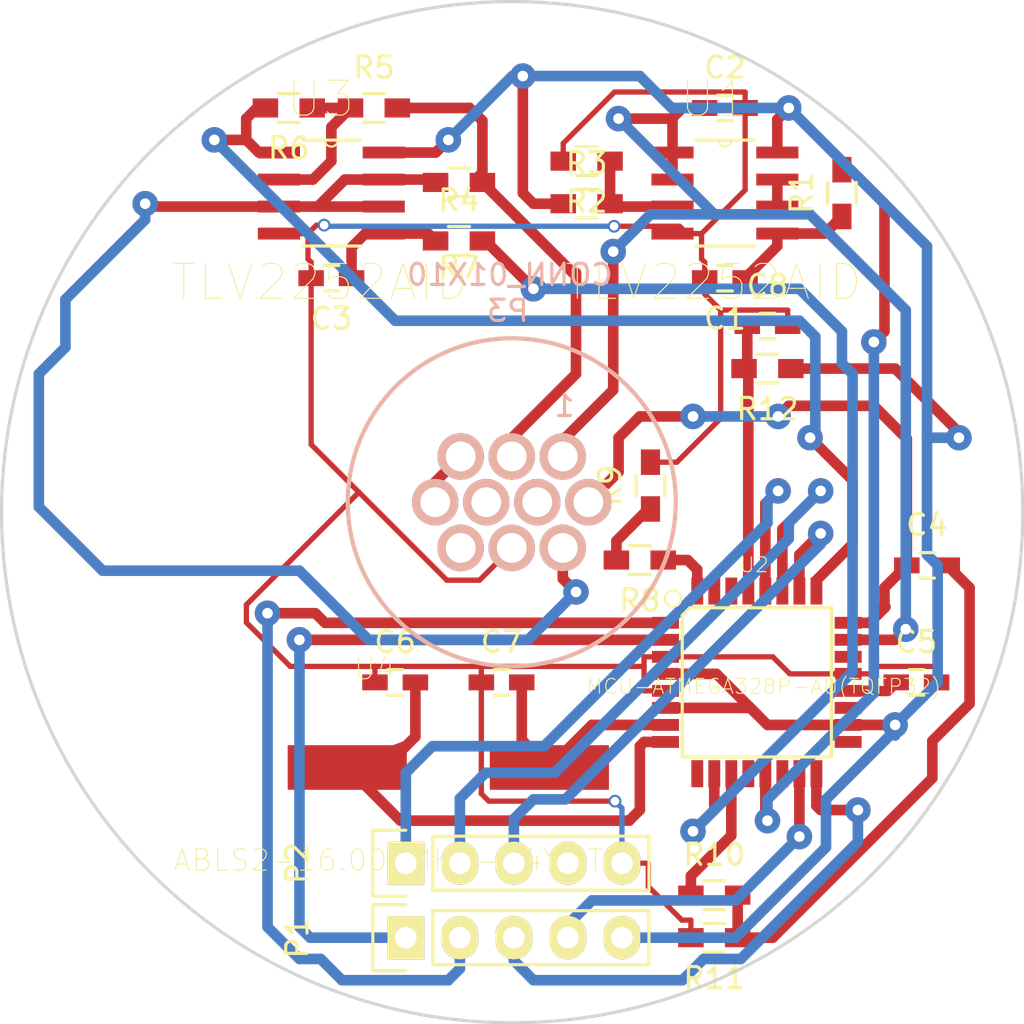
<source format=kicad_pcb>
(kicad_pcb (version 20171130) (host pcbnew "(5.1.12)-1")

  (general
    (thickness 1.6)
    (drawings 2)
    (tracks 362)
    (zones 0)
    (modules 28)
    (nets 31)
  )

  (page A4)
  (layers
    (0 F.Cu signal)
    (31 B.Cu signal)
    (32 B.Adhes user hide)
    (33 F.Adhes user hide)
    (34 B.Paste user hide)
    (35 F.Paste user hide)
    (36 B.SilkS user hide)
    (37 F.SilkS user hide)
    (38 B.Mask user hide)
    (39 F.Mask user hide)
    (40 Dwgs.User user hide)
    (41 Cmts.User user hide)
    (42 Eco1.User user hide)
    (43 Eco2.User user hide)
    (44 Edge.Cuts user)
    (45 Margin user hide)
    (46 B.CrtYd user hide)
    (47 F.CrtYd user hide)
    (48 B.Fab user hide)
    (49 F.Fab user hide)
  )

  (setup
    (last_trace_width 0.25)
    (user_trace_width 0.3)
    (user_trace_width 0.4)
    (user_trace_width 0.5)
    (trace_clearance 0.25)
    (zone_clearance 0.3)
    (zone_45_only no)
    (trace_min 0.25)
    (via_size 0.6)
    (via_drill 0.4)
    (via_min_size 0.4)
    (via_min_drill 0.3)
    (user_via 0.8 0.4)
    (user_via 1 0.5)
    (user_via 1.2 0.5)
    (uvia_size 0.3)
    (uvia_drill 0.1)
    (uvias_allowed no)
    (uvia_min_size 0.2)
    (uvia_min_drill 0.1)
    (edge_width 0.15)
    (segment_width 0.2)
    (pcb_text_width 0.3)
    (pcb_text_size 1.5 1.5)
    (mod_edge_width 0.15)
    (mod_text_size 1 1)
    (mod_text_width 0.15)
    (pad_size 2 2)
    (pad_drill 1.00076)
    (pad_to_mask_clearance 0.2)
    (aux_axis_origin 0 0)
    (visible_elements 7FFFFFFF)
    (pcbplotparams
      (layerselection 0x00030_80000001)
      (usegerberextensions false)
      (usegerberattributes true)
      (usegerberadvancedattributes true)
      (creategerberjobfile true)
      (excludeedgelayer true)
      (linewidth 0.100000)
      (plotframeref false)
      (viasonmask false)
      (mode 1)
      (useauxorigin false)
      (hpglpennumber 1)
      (hpglpenspeed 20)
      (hpglpendiameter 15.000000)
      (psnegative false)
      (psa4output false)
      (plotreference true)
      (plotvalue true)
      (plotinvisibletext false)
      (padsonsilk false)
      (subtractmaskfromsilk false)
      (outputformat 1)
      (mirror false)
      (drillshape 1)
      (scaleselection 1)
      (outputdirectory ""))
  )

  (net 0 "")
  (net 1 GND)
  (net 2 +5V)
  (net 3 "Net-(C1-Pad1)")
  (net 4 2.5v)
  (net 5 "Net-(C3-Pad1)")
  (net 6 PIN_VS)
  (net 7 "Net-(C4-Pad2)")
  (net 8 "Net-(R2-Pad1)")
  (net 9 "Net-(R5-Pad1)")
  (net 10 IP)
  (net 11 PIN_IPA)
  (net 12 RCAL)
  (net 13 OUT_NARROWBAND)
  (net 14 OUT_LINEAR)
  (net 15 POUT_WIDE)
  (net 16 POUT_IP)
  (net 17 POUT_NARROW)
  (net 18 POUT_VS)
  (net 19 "Net-(C5-Pad1)")
  (net 20 "Net-(C6-Pad2)")
  (net 21 "Net-(C7-Pad2)")
  (net 22 "Net-(C8-Pad1)")
  (net 23 CSEL2)
  (net 24 DSEL)
  (net 25 SIN)
  (net 26 SCLK)
  (net 27 LATCH)
  (net 28 CSEL0)
  (net 29 CSEL1)
  (net 30 H+)

  (net_class Default "Ceci est la Netclass par défaut"
    (clearance 0.25)
    (trace_width 0.25)
    (via_dia 0.6)
    (via_drill 0.4)
    (uvia_dia 0.3)
    (uvia_drill 0.1)
    (add_net +5V)
    (add_net 2.5v)
    (add_net CSEL0)
    (add_net CSEL1)
    (add_net CSEL2)
    (add_net DSEL)
    (add_net GND)
    (add_net H+)
    (add_net IP)
    (add_net LATCH)
    (add_net "Net-(C1-Pad1)")
    (add_net "Net-(C3-Pad1)")
    (add_net "Net-(C4-Pad2)")
    (add_net "Net-(C5-Pad1)")
    (add_net "Net-(C6-Pad2)")
    (add_net "Net-(C7-Pad2)")
    (add_net "Net-(C8-Pad1)")
    (add_net "Net-(R2-Pad1)")
    (add_net "Net-(R5-Pad1)")
    (add_net OUT_LINEAR)
    (add_net OUT_NARROWBAND)
    (add_net PIN_IPA)
    (add_net PIN_VS)
    (add_net POUT_IP)
    (add_net POUT_NARROW)
    (add_net POUT_VS)
    (add_net POUT_WIDE)
    (add_net RCAL)
    (add_net SCLK)
    (add_net SIN)
  )

  (module Barrettes:Pin_Header_Straight_1x05 (layer F.Cu) (tedit 54EA0684) (tstamp 55F805BB)
    (at 76 141 90)
    (descr "Through hole pin header")
    (tags "pin header")
    (path /55FBF5A3)
    (fp_text reference P1 (at 0 -5.1 90) (layer F.SilkS)
      (effects (font (size 1 1) (thickness 0.15)))
    )
    (fp_text value CONN_01X05 (at 0 -3.1 90) (layer F.Fab)
      (effects (font (size 1 1) (thickness 0.15)))
    )
    (fp_line (start -1.55 0) (end -1.55 -1.55) (layer F.SilkS) (width 0.15))
    (fp_line (start -1.55 -1.55) (end 1.55 -1.55) (layer F.SilkS) (width 0.15))
    (fp_line (start 1.55 -1.55) (end 1.55 0) (layer F.SilkS) (width 0.15))
    (fp_line (start -1.75 -1.75) (end -1.75 11.95) (layer F.CrtYd) (width 0.05))
    (fp_line (start 1.75 -1.75) (end 1.75 11.95) (layer F.CrtYd) (width 0.05))
    (fp_line (start -1.75 -1.75) (end 1.75 -1.75) (layer F.CrtYd) (width 0.05))
    (fp_line (start -1.75 11.95) (end 1.75 11.95) (layer F.CrtYd) (width 0.05))
    (fp_line (start 1.27 1.27) (end 1.27 11.43) (layer F.SilkS) (width 0.15))
    (fp_line (start 1.27 11.43) (end -1.27 11.43) (layer F.SilkS) (width 0.15))
    (fp_line (start -1.27 11.43) (end -1.27 1.27) (layer F.SilkS) (width 0.15))
    (fp_line (start 1.27 1.27) (end -1.27 1.27) (layer F.SilkS) (width 0.15))
    (pad 1 thru_hole rect (at 0 0 90) (size 2.032 1.7272) (drill 1.016) (layers *.Cu *.Mask F.SilkS)
      (net 25 SIN))
    (pad 2 thru_hole oval (at 0 2.54 90) (size 2.032 1.7272) (drill 1.016) (layers *.Cu *.Mask F.SilkS)
      (net 26 SCLK))
    (pad 3 thru_hole oval (at 0 5.08 90) (size 2.032 1.7272) (drill 1.016) (layers *.Cu *.Mask F.SilkS)
      (net 23 CSEL2))
    (pad 4 thru_hole oval (at 0 7.62 90) (size 2.032 1.7272) (drill 1.016) (layers *.Cu *.Mask F.SilkS)
      (net 24 DSEL))
    (pad 5 thru_hole oval (at 0 10.16 90) (size 2.032 1.7272) (drill 1.016) (layers *.Cu *.Mask F.SilkS)
      (net 2 +5V))
    (model Connecteurs/Barrettes/Barrettes.pretty/3dPackage/Pin_Header_Straight_1x05.wrl
      (offset (xyz 0 -5.079999923706055 0))
      (scale (xyz 1 1 1))
      (rotate (xyz 0 0 90))
    )
  )

  (module Barrettes:Pin_Header_Straight_1x05 (layer F.Cu) (tedit 54EA0684) (tstamp 55FAB0A1)
    (at 76 137.5 90)
    (descr "Through hole pin header")
    (tags "pin header")
    (path /55FBF5F9)
    (fp_text reference P2 (at 0 -5.1 90) (layer F.SilkS)
      (effects (font (size 1 1) (thickness 0.15)))
    )
    (fp_text value CONN_01X05 (at 0 -3.1 90) (layer F.Fab)
      (effects (font (size 1 1) (thickness 0.15)))
    )
    (fp_line (start -1.55 0) (end -1.55 -1.55) (layer F.SilkS) (width 0.15))
    (fp_line (start -1.55 -1.55) (end 1.55 -1.55) (layer F.SilkS) (width 0.15))
    (fp_line (start 1.55 -1.55) (end 1.55 0) (layer F.SilkS) (width 0.15))
    (fp_line (start -1.75 -1.75) (end -1.75 11.95) (layer F.CrtYd) (width 0.05))
    (fp_line (start 1.75 -1.75) (end 1.75 11.95) (layer F.CrtYd) (width 0.05))
    (fp_line (start -1.75 -1.75) (end 1.75 -1.75) (layer F.CrtYd) (width 0.05))
    (fp_line (start -1.75 11.95) (end 1.75 11.95) (layer F.CrtYd) (width 0.05))
    (fp_line (start 1.27 1.27) (end 1.27 11.43) (layer F.SilkS) (width 0.15))
    (fp_line (start 1.27 11.43) (end -1.27 11.43) (layer F.SilkS) (width 0.15))
    (fp_line (start -1.27 11.43) (end -1.27 1.27) (layer F.SilkS) (width 0.15))
    (fp_line (start 1.27 1.27) (end -1.27 1.27) (layer F.SilkS) (width 0.15))
    (pad 1 thru_hole rect (at 0 0 90) (size 2.032 1.7272) (drill 1.016) (layers *.Cu *.Mask F.SilkS)
      (net 27 LATCH))
    (pad 2 thru_hole oval (at 0 2.54 90) (size 2.032 1.7272) (drill 1.016) (layers *.Cu *.Mask F.SilkS)
      (net 28 CSEL0))
    (pad 3 thru_hole oval (at 0 5.08 90) (size 2.032 1.7272) (drill 1.016) (layers *.Cu *.Mask F.SilkS)
      (net 29 CSEL1))
    (pad 4 thru_hole oval (at 0 7.62 90) (size 2.032 1.7272) (drill 1.016) (layers *.Cu *.Mask F.SilkS))
    (pad 5 thru_hole oval (at 0 10.16 90) (size 2.032 1.7272) (drill 1.016) (layers *.Cu *.Mask F.SilkS)
      (net 1 GND))
    (model Connecteurs/Barrettes/Barrettes.pretty/3dPackage/Pin_Header_Straight_1x05.wrl
      (offset (xyz 0 -5.079999923706055 0))
      (scale (xyz 1 1 1))
      (rotate (xyz 0 0 90))
    )
  )

  (module resistances:R_0603_HandSoldering (layer F.Cu) (tedit 5418A00F) (tstamp 55FAB999)
    (at 96.5 106 90)
    (descr "Resistor SMD 0603, hand soldering")
    (tags "resistor 0603")
    (path /55FAC7CC/55FAD732)
    (attr smd)
    (fp_text reference R1 (at 0 -1.9 90) (layer F.SilkS)
      (effects (font (size 1 1) (thickness 0.15)))
    )
    (fp_text value 470k (at 0 1.9 90) (layer F.Fab)
      (effects (font (size 1 1) (thickness 0.15)))
    )
    (fp_line (start -2 -0.8) (end 2 -0.8) (layer F.CrtYd) (width 0.05))
    (fp_line (start -2 0.8) (end 2 0.8) (layer F.CrtYd) (width 0.05))
    (fp_line (start -2 -0.8) (end -2 0.8) (layer F.CrtYd) (width 0.05))
    (fp_line (start 2 -0.8) (end 2 0.8) (layer F.CrtYd) (width 0.05))
    (fp_line (start 0.5 0.675) (end -0.5 0.675) (layer F.SilkS) (width 0.15))
    (fp_line (start -0.5 -0.675) (end 0.5 -0.675) (layer F.SilkS) (width 0.15))
    (pad 1 smd rect (at -1.1 0 90) (size 1.2 0.9) (layers F.Cu F.Paste F.Mask)
      (net 3 "Net-(C1-Pad1)"))
    (pad 2 smd rect (at 1.1 0 90) (size 1.2 0.9) (layers F.Cu F.Paste F.Mask)
      (net 15 POUT_WIDE))
    (model resistances/resistances.pretty/3dpackage/R_0603_HandSoldering.wrl
      (at (xyz 0 0 0))
      (scale (xyz 1 1 1))
      (rotate (xyz 0 0 0))
    )
  )

  (module condensateurs:C_0603_HandSoldering (layer F.Cu) (tedit 541A9B4D) (tstamp 55FBF714)
    (at 91 110 180)
    (descr "Capacitor SMD 0603, hand soldering")
    (tags "capacitor 0603")
    (path /55FAC7CC/55FAD7F6)
    (attr smd)
    (fp_text reference C1 (at 0 -1.9 180) (layer F.SilkS)
      (effects (font (size 1 1) (thickness 0.15)))
    )
    (fp_text value 10nF (at 0 1.9 180) (layer F.Fab)
      (effects (font (size 1 1) (thickness 0.15)))
    )
    (fp_line (start -1.85 -0.75) (end 1.85 -0.75) (layer F.CrtYd) (width 0.05))
    (fp_line (start -1.85 0.75) (end 1.85 0.75) (layer F.CrtYd) (width 0.05))
    (fp_line (start -1.85 -0.75) (end -1.85 0.75) (layer F.CrtYd) (width 0.05))
    (fp_line (start 1.85 -0.75) (end 1.85 0.75) (layer F.CrtYd) (width 0.05))
    (fp_line (start -0.35 -0.6) (end 0.35 -0.6) (layer F.SilkS) (width 0.15))
    (fp_line (start 0.35 0.6) (end -0.35 0.6) (layer F.SilkS) (width 0.15))
    (pad 1 smd rect (at -0.95 0 180) (size 1.2 0.75) (layers F.Cu F.Paste F.Mask)
      (net 3 "Net-(C1-Pad1)"))
    (pad 2 smd rect (at 0.95 0 180) (size 1.2 0.75) (layers F.Cu F.Paste F.Mask)
      (net 1 GND))
    (model Condensateurs/condensateurs.pretty/3dPackage/C_0603_HandSoldering.wrl
      (at (xyz 0 0 0))
      (scale (xyz 1 1 1))
      (rotate (xyz 0 0 0))
    )
  )

  (module condensateurs:C_0603_HandSoldering (layer F.Cu) (tedit 541A9B4D) (tstamp 55FBF720)
    (at 91 102)
    (descr "Capacitor SMD 0603, hand soldering")
    (tags "capacitor 0603")
    (path /55FAC7CC/55FAD506)
    (attr smd)
    (fp_text reference C2 (at 0 -1.9) (layer F.SilkS)
      (effects (font (size 1 1) (thickness 0.15)))
    )
    (fp_text value 100nF (at 0 1.9) (layer F.Fab)
      (effects (font (size 1 1) (thickness 0.15)))
    )
    (fp_line (start -1.85 -0.75) (end 1.85 -0.75) (layer F.CrtYd) (width 0.05))
    (fp_line (start -1.85 0.75) (end 1.85 0.75) (layer F.CrtYd) (width 0.05))
    (fp_line (start -1.85 -0.75) (end -1.85 0.75) (layer F.CrtYd) (width 0.05))
    (fp_line (start 1.85 -0.75) (end 1.85 0.75) (layer F.CrtYd) (width 0.05))
    (fp_line (start -0.35 -0.6) (end 0.35 -0.6) (layer F.SilkS) (width 0.15))
    (fp_line (start 0.35 0.6) (end -0.35 0.6) (layer F.SilkS) (width 0.15))
    (pad 1 smd rect (at -0.95 0) (size 1.2 0.75) (layers F.Cu F.Paste F.Mask)
      (net 4 2.5v))
    (pad 2 smd rect (at 0.95 0) (size 1.2 0.75) (layers F.Cu F.Paste F.Mask)
      (net 1 GND))
    (model Condensateurs/condensateurs.pretty/3dPackage/C_0603_HandSoldering.wrl
      (at (xyz 0 0 0))
      (scale (xyz 1 1 1))
      (rotate (xyz 0 0 0))
    )
  )

  (module condensateurs:C_0603_HandSoldering (layer F.Cu) (tedit 541A9B4D) (tstamp 55FBF72C)
    (at 72.5 110 180)
    (descr "Capacitor SMD 0603, hand soldering")
    (tags "capacitor 0603")
    (path /55FBEC71/55FBEF38)
    (attr smd)
    (fp_text reference C3 (at 0 -1.9 180) (layer F.SilkS)
      (effects (font (size 1 1) (thickness 0.15)))
    )
    (fp_text value 10nF (at 0 1.9 180) (layer F.Fab)
      (effects (font (size 1 1) (thickness 0.15)))
    )
    (fp_line (start -1.85 -0.75) (end 1.85 -0.75) (layer F.CrtYd) (width 0.05))
    (fp_line (start -1.85 0.75) (end 1.85 0.75) (layer F.CrtYd) (width 0.05))
    (fp_line (start -1.85 -0.75) (end -1.85 0.75) (layer F.CrtYd) (width 0.05))
    (fp_line (start 1.85 -0.75) (end 1.85 0.75) (layer F.CrtYd) (width 0.05))
    (fp_line (start -0.35 -0.6) (end 0.35 -0.6) (layer F.SilkS) (width 0.15))
    (fp_line (start 0.35 0.6) (end -0.35 0.6) (layer F.SilkS) (width 0.15))
    (pad 1 smd rect (at -0.95 0 180) (size 1.2 0.75) (layers F.Cu F.Paste F.Mask)
      (net 5 "Net-(C3-Pad1)"))
    (pad 2 smd rect (at 0.95 0 180) (size 1.2 0.75) (layers F.Cu F.Paste F.Mask)
      (net 1 GND))
    (model Condensateurs/condensateurs.pretty/3dPackage/C_0603_HandSoldering.wrl
      (at (xyz 0 0 0))
      (scale (xyz 1 1 1))
      (rotate (xyz 0 0 0))
    )
  )

  (module condensateurs:C_0603_HandSoldering (layer F.Cu) (tedit 541A9B4D) (tstamp 55FBF738)
    (at 100.5 123.5)
    (descr "Capacitor SMD 0603, hand soldering")
    (tags "capacitor 0603")
    (path /55FBF4E6/55FBF98A)
    (attr smd)
    (fp_text reference C4 (at 0 -1.9) (layer F.SilkS)
      (effects (font (size 1 1) (thickness 0.15)))
    )
    (fp_text value 100nF (at 0 1.9) (layer F.Fab)
      (effects (font (size 1 1) (thickness 0.15)))
    )
    (fp_line (start -1.85 -0.75) (end 1.85 -0.75) (layer F.CrtYd) (width 0.05))
    (fp_line (start -1.85 0.75) (end 1.85 0.75) (layer F.CrtYd) (width 0.05))
    (fp_line (start -1.85 -0.75) (end -1.85 0.75) (layer F.CrtYd) (width 0.05))
    (fp_line (start 1.85 -0.75) (end 1.85 0.75) (layer F.CrtYd) (width 0.05))
    (fp_line (start -0.35 -0.6) (end 0.35 -0.6) (layer F.SilkS) (width 0.15))
    (fp_line (start 0.35 0.6) (end -0.35 0.6) (layer F.SilkS) (width 0.15))
    (pad 1 smd rect (at -0.95 0) (size 1.2 0.75) (layers F.Cu F.Paste F.Mask)
      (net 6 PIN_VS))
    (pad 2 smd rect (at 0.95 0) (size 1.2 0.75) (layers F.Cu F.Paste F.Mask)
      (net 7 "Net-(C4-Pad2)"))
    (model Condensateurs/condensateurs.pretty/3dPackage/C_0603_HandSoldering.wrl
      (at (xyz 0 0 0))
      (scale (xyz 1 1 1))
      (rotate (xyz 0 0 0))
    )
  )

  (module resistances:R_0603_HandSoldering (layer F.Cu) (tedit 5418A00F) (tstamp 55FBF744)
    (at 84.5 104.5 180)
    (descr "Resistor SMD 0603, hand soldering")
    (tags "resistor 0603")
    (path /55FAC7CC/55FAD30D)
    (attr smd)
    (fp_text reference R2 (at 0 -1.9 180) (layer F.SilkS)
      (effects (font (size 1 1) (thickness 0.15)))
    )
    (fp_text value 1.2k (at 0 1.9 180) (layer F.Fab)
      (effects (font (size 1 1) (thickness 0.15)))
    )
    (fp_line (start -2 -0.8) (end 2 -0.8) (layer F.CrtYd) (width 0.05))
    (fp_line (start -2 0.8) (end 2 0.8) (layer F.CrtYd) (width 0.05))
    (fp_line (start -2 -0.8) (end -2 0.8) (layer F.CrtYd) (width 0.05))
    (fp_line (start 2 -0.8) (end 2 0.8) (layer F.CrtYd) (width 0.05))
    (fp_line (start 0.5 0.675) (end -0.5 0.675) (layer F.SilkS) (width 0.15))
    (fp_line (start -0.5 -0.675) (end 0.5 -0.675) (layer F.SilkS) (width 0.15))
    (pad 1 smd rect (at -1.1 0 180) (size 1.2 0.9) (layers F.Cu F.Paste F.Mask)
      (net 8 "Net-(R2-Pad1)"))
    (pad 2 smd rect (at 1.1 0 180) (size 1.2 0.9) (layers F.Cu F.Paste F.Mask)
      (net 1 GND))
    (model resistances/resistances.pretty/3dpackage/R_0603_HandSoldering.wrl
      (at (xyz 0 0 0))
      (scale (xyz 1 1 1))
      (rotate (xyz 0 0 0))
    )
  )

  (module resistances:R_0603_HandSoldering (layer F.Cu) (tedit 5418A00F) (tstamp 55FBF750)
    (at 84.5 106.5)
    (descr "Resistor SMD 0603, hand soldering")
    (tags "resistor 0603")
    (path /55FAC7CC/55FAD28F)
    (attr smd)
    (fp_text reference R3 (at 0 -1.9) (layer F.SilkS)
      (effects (font (size 1 1) (thickness 0.15)))
    )
    (fp_text value 1.2k (at 0 1.9) (layer F.Fab)
      (effects (font (size 1 1) (thickness 0.15)))
    )
    (fp_line (start -2 -0.8) (end 2 -0.8) (layer F.CrtYd) (width 0.05))
    (fp_line (start -2 0.8) (end 2 0.8) (layer F.CrtYd) (width 0.05))
    (fp_line (start -2 -0.8) (end -2 0.8) (layer F.CrtYd) (width 0.05))
    (fp_line (start 2 -0.8) (end 2 0.8) (layer F.CrtYd) (width 0.05))
    (fp_line (start 0.5 0.675) (end -0.5 0.675) (layer F.SilkS) (width 0.15))
    (fp_line (start -0.5 -0.675) (end 0.5 -0.675) (layer F.SilkS) (width 0.15))
    (pad 1 smd rect (at -1.1 0) (size 1.2 0.9) (layers F.Cu F.Paste F.Mask)
      (net 2 +5V))
    (pad 2 smd rect (at 1.1 0) (size 1.2 0.9) (layers F.Cu F.Paste F.Mask)
      (net 8 "Net-(R2-Pad1)"))
    (model resistances/resistances.pretty/3dpackage/R_0603_HandSoldering.wrl
      (at (xyz 0 0 0))
      (scale (xyz 1 1 1))
      (rotate (xyz 0 0 0))
    )
  )

  (module resistances:R_0603_HandSoldering (layer F.Cu) (tedit 5418A00F) (tstamp 55FBF75C)
    (at 78.5 108.25)
    (descr "Resistor SMD 0603, hand soldering")
    (tags "resistor 0603")
    (path /55FBEC71/55FBEEDF)
    (attr smd)
    (fp_text reference R4 (at 0 -1.9) (layer F.SilkS)
      (effects (font (size 1 1) (thickness 0.15)))
    )
    (fp_text value 470k (at 0 1.9) (layer F.Fab)
      (effects (font (size 1 1) (thickness 0.15)))
    )
    (fp_line (start -2 -0.8) (end 2 -0.8) (layer F.CrtYd) (width 0.05))
    (fp_line (start -2 0.8) (end 2 0.8) (layer F.CrtYd) (width 0.05))
    (fp_line (start -2 -0.8) (end -2 0.8) (layer F.CrtYd) (width 0.05))
    (fp_line (start 2 -0.8) (end 2 0.8) (layer F.CrtYd) (width 0.05))
    (fp_line (start 0.5 0.675) (end -0.5 0.675) (layer F.SilkS) (width 0.15))
    (fp_line (start -0.5 -0.675) (end 0.5 -0.675) (layer F.SilkS) (width 0.15))
    (pad 1 smd rect (at -1.1 0) (size 1.2 0.9) (layers F.Cu F.Paste F.Mask)
      (net 5 "Net-(C3-Pad1)"))
    (pad 2 smd rect (at 1.1 0) (size 1.2 0.9) (layers F.Cu F.Paste F.Mask)
      (net 16 POUT_IP))
    (model resistances/resistances.pretty/3dpackage/R_0603_HandSoldering.wrl
      (at (xyz 0 0 0))
      (scale (xyz 1 1 1))
      (rotate (xyz 0 0 0))
    )
  )

  (module resistances:R_0603_HandSoldering (layer F.Cu) (tedit 5418A00F) (tstamp 55FBF768)
    (at 74.5 102)
    (descr "Resistor SMD 0603, hand soldering")
    (tags "resistor 0603")
    (path /55FBEC71/55FBF198)
    (attr smd)
    (fp_text reference R5 (at 0 -1.9) (layer F.SilkS)
      (effects (font (size 1 1) (thickness 0.15)))
    )
    (fp_text value 22k (at 0 1.9) (layer F.Fab)
      (effects (font (size 1 1) (thickness 0.15)))
    )
    (fp_line (start -2 -0.8) (end 2 -0.8) (layer F.CrtYd) (width 0.05))
    (fp_line (start -2 0.8) (end 2 0.8) (layer F.CrtYd) (width 0.05))
    (fp_line (start -2 -0.8) (end -2 0.8) (layer F.CrtYd) (width 0.05))
    (fp_line (start 2 -0.8) (end 2 0.8) (layer F.CrtYd) (width 0.05))
    (fp_line (start 0.5 0.675) (end -0.5 0.675) (layer F.SilkS) (width 0.15))
    (fp_line (start -0.5 -0.675) (end 0.5 -0.675) (layer F.SilkS) (width 0.15))
    (pad 1 smd rect (at -1.1 0) (size 1.2 0.9) (layers F.Cu F.Paste F.Mask)
      (net 9 "Net-(R5-Pad1)"))
    (pad 2 smd rect (at 1.1 0) (size 1.2 0.9) (layers F.Cu F.Paste F.Mask)
      (net 10 IP))
    (model resistances/resistances.pretty/3dpackage/R_0603_HandSoldering.wrl
      (at (xyz 0 0 0))
      (scale (xyz 1 1 1))
      (rotate (xyz 0 0 0))
    )
  )

  (module resistances:R_0603_HandSoldering (layer F.Cu) (tedit 5418A00F) (tstamp 55FBF774)
    (at 70.5 102 180)
    (descr "Resistor SMD 0603, hand soldering")
    (tags "resistor 0603")
    (path /55FBEC71/55FBF0FD)
    (attr smd)
    (fp_text reference R6 (at 0 -1.9 180) (layer F.SilkS)
      (effects (font (size 1 1) (thickness 0.15)))
    )
    (fp_text value 330k (at 0 1.9 180) (layer F.Fab)
      (effects (font (size 1 1) (thickness 0.15)))
    )
    (fp_line (start -2 -0.8) (end 2 -0.8) (layer F.CrtYd) (width 0.05))
    (fp_line (start -2 0.8) (end 2 0.8) (layer F.CrtYd) (width 0.05))
    (fp_line (start -2 -0.8) (end -2 0.8) (layer F.CrtYd) (width 0.05))
    (fp_line (start 2 -0.8) (end 2 0.8) (layer F.CrtYd) (width 0.05))
    (fp_line (start 0.5 0.675) (end -0.5 0.675) (layer F.SilkS) (width 0.15))
    (fp_line (start -0.5 -0.675) (end 0.5 -0.675) (layer F.SilkS) (width 0.15))
    (pad 1 smd rect (at -1.1 0 180) (size 1.2 0.9) (layers F.Cu F.Paste F.Mask)
      (net 9 "Net-(R5-Pad1)"))
    (pad 2 smd rect (at 1.1 0 180) (size 1.2 0.9) (layers F.Cu F.Paste F.Mask)
      (net 11 PIN_IPA))
    (model resistances/resistances.pretty/3dpackage/R_0603_HandSoldering.wrl
      (at (xyz 0 0 0))
      (scale (xyz 1 1 1))
      (rotate (xyz 0 0 0))
    )
  )

  (module resistances:R_0603_HandSoldering (layer F.Cu) (tedit 5600F4A1) (tstamp 55FBF780)
    (at 78.5 105.5 180)
    (descr "Resistor SMD 0603, hand soldering")
    (tags "resistor 0603")
    (path /55FBEC71/55FBED95)
    (attr smd)
    (fp_text reference R7 (at 0 -4 180) (layer F.SilkS)
      (effects (font (size 1 1) (thickness 0.15)))
    )
    (fp_text value 62 (at 0 1.9 180) (layer F.Fab)
      (effects (font (size 1 1) (thickness 0.15)))
    )
    (fp_line (start -2 -0.8) (end 2 -0.8) (layer F.CrtYd) (width 0.05))
    (fp_line (start -2 0.8) (end 2 0.8) (layer F.CrtYd) (width 0.05))
    (fp_line (start -2 -0.8) (end -2 0.8) (layer F.CrtYd) (width 0.05))
    (fp_line (start 2 -0.8) (end 2 0.8) (layer F.CrtYd) (width 0.05))
    (fp_line (start 0.5 0.675) (end -0.5 0.675) (layer F.SilkS) (width 0.15))
    (fp_line (start -0.5 -0.675) (end 0.5 -0.675) (layer F.SilkS) (width 0.15))
    (pad 1 smd rect (at -1.1 0 180) (size 1.2 0.9) (layers F.Cu F.Paste F.Mask)
      (net 10 IP))
    (pad 2 smd rect (at 1.1 0 180) (size 1.2 0.9) (layers F.Cu F.Paste F.Mask)
      (net 12 RCAL))
    (model resistances/resistances.pretty/3dpackage/R_0603_HandSoldering.wrl
      (at (xyz 0 0 0))
      (scale (xyz 1 1 1))
      (rotate (xyz 0 0 0))
    )
  )

  (module resistances:R_0603_HandSoldering (layer F.Cu) (tedit 5418A00F) (tstamp 55FBF78C)
    (at 87 123.25 180)
    (descr "Resistor SMD 0603, hand soldering")
    (tags "resistor 0603")
    (path /55FBF4E6/55FBF4EF)
    (attr smd)
    (fp_text reference R8 (at 0 -1.9 180) (layer F.SilkS)
      (effects (font (size 1 1) (thickness 0.15)))
    )
    (fp_text value 47k (at 0 1.9 180) (layer F.Fab)
      (effects (font (size 1 1) (thickness 0.15)))
    )
    (fp_line (start -2 -0.8) (end 2 -0.8) (layer F.CrtYd) (width 0.05))
    (fp_line (start -2 0.8) (end 2 0.8) (layer F.CrtYd) (width 0.05))
    (fp_line (start -2 -0.8) (end -2 0.8) (layer F.CrtYd) (width 0.05))
    (fp_line (start 2 -0.8) (end 2 0.8) (layer F.CrtYd) (width 0.05))
    (fp_line (start 0.5 0.675) (end -0.5 0.675) (layer F.SilkS) (width 0.15))
    (fp_line (start -0.5 -0.675) (end 0.5 -0.675) (layer F.SilkS) (width 0.15))
    (pad 1 smd rect (at -1.1 0 180) (size 1.2 0.9) (layers F.Cu F.Paste F.Mask)
      (net 17 POUT_NARROW))
    (pad 2 smd rect (at 1.1 0 180) (size 1.2 0.9) (layers F.Cu F.Paste F.Mask)
      (net 13 OUT_NARROWBAND))
    (model resistances/resistances.pretty/3dpackage/R_0603_HandSoldering.wrl
      (at (xyz 0 0 0))
      (scale (xyz 1 1 1))
      (rotate (xyz 0 0 0))
    )
  )

  (module resistances:R_0603_HandSoldering (layer F.Cu) (tedit 5418A00F) (tstamp 55FBF798)
    (at 87.5 119.75 90)
    (descr "Resistor SMD 0603, hand soldering")
    (tags "resistor 0603")
    (path /55FBF4E6/55FBF55A)
    (attr smd)
    (fp_text reference R9 (at 0 -1.9 90) (layer F.SilkS)
      (effects (font (size 1 1) (thickness 0.15)))
    )
    (fp_text value 10k (at 0 1.9 90) (layer F.Fab)
      (effects (font (size 1 1) (thickness 0.15)))
    )
    (fp_line (start -2 -0.8) (end 2 -0.8) (layer F.CrtYd) (width 0.05))
    (fp_line (start -2 0.8) (end 2 0.8) (layer F.CrtYd) (width 0.05))
    (fp_line (start -2 -0.8) (end -2 0.8) (layer F.CrtYd) (width 0.05))
    (fp_line (start 2 -0.8) (end 2 0.8) (layer F.CrtYd) (width 0.05))
    (fp_line (start 0.5 0.675) (end -0.5 0.675) (layer F.SilkS) (width 0.15))
    (fp_line (start -0.5 -0.675) (end 0.5 -0.675) (layer F.SilkS) (width 0.15))
    (pad 1 smd rect (at -1.1 0 90) (size 1.2 0.9) (layers F.Cu F.Paste F.Mask)
      (net 13 OUT_NARROWBAND))
    (pad 2 smd rect (at 1.1 0 90) (size 1.2 0.9) (layers F.Cu F.Paste F.Mask)
      (net 1 GND))
    (model resistances/resistances.pretty/3dpackage/R_0603_HandSoldering.wrl
      (at (xyz 0 0 0))
      (scale (xyz 1 1 1))
      (rotate (xyz 0 0 0))
    )
  )

  (module resistances:R_0603_HandSoldering (layer F.Cu) (tedit 5418A00F) (tstamp 55FBF7A4)
    (at 90.5 139)
    (descr "Resistor SMD 0603, hand soldering")
    (tags "resistor 0603")
    (path /55FBF4E6/55FBF782)
    (attr smd)
    (fp_text reference R10 (at 0 -1.9) (layer F.SilkS)
      (effects (font (size 1 1) (thickness 0.15)))
    )
    (fp_text value 10k (at 0 1.9) (layer F.Fab)
      (effects (font (size 1 1) (thickness 0.15)))
    )
    (fp_line (start -2 -0.8) (end 2 -0.8) (layer F.CrtYd) (width 0.05))
    (fp_line (start -2 0.8) (end 2 0.8) (layer F.CrtYd) (width 0.05))
    (fp_line (start -2 -0.8) (end -2 0.8) (layer F.CrtYd) (width 0.05))
    (fp_line (start 2 -0.8) (end 2 0.8) (layer F.CrtYd) (width 0.05))
    (fp_line (start 0.5 0.675) (end -0.5 0.675) (layer F.SilkS) (width 0.15))
    (fp_line (start -0.5 -0.675) (end 0.5 -0.675) (layer F.SilkS) (width 0.15))
    (pad 1 smd rect (at -1.1 0) (size 1.2 0.9) (layers F.Cu F.Paste F.Mask)
      (net 18 POUT_VS))
    (pad 2 smd rect (at 1.1 0) (size 1.2 0.9) (layers F.Cu F.Paste F.Mask)
      (net 7 "Net-(C4-Pad2)"))
    (model resistances/resistances.pretty/3dpackage/R_0603_HandSoldering.wrl
      (at (xyz 0 0 0))
      (scale (xyz 1 1 1))
      (rotate (xyz 0 0 0))
    )
  )

  (module resistances:R_0603_HandSoldering (layer F.Cu) (tedit 5418A00F) (tstamp 55FBF7B0)
    (at 90.5 141 180)
    (descr "Resistor SMD 0603, hand soldering")
    (tags "resistor 0603")
    (path /55FBF4E6/55FBF809)
    (attr smd)
    (fp_text reference R11 (at 0 -1.9 180) (layer F.SilkS)
      (effects (font (size 1 1) (thickness 0.15)))
    )
    (fp_text value 10k (at 0 1.9 180) (layer F.Fab)
      (effects (font (size 1 1) (thickness 0.15)))
    )
    (fp_line (start -2 -0.8) (end 2 -0.8) (layer F.CrtYd) (width 0.05))
    (fp_line (start -2 0.8) (end 2 0.8) (layer F.CrtYd) (width 0.05))
    (fp_line (start -2 -0.8) (end -2 0.8) (layer F.CrtYd) (width 0.05))
    (fp_line (start 2 -0.8) (end 2 0.8) (layer F.CrtYd) (width 0.05))
    (fp_line (start 0.5 0.675) (end -0.5 0.675) (layer F.SilkS) (width 0.15))
    (fp_line (start -0.5 -0.675) (end 0.5 -0.675) (layer F.SilkS) (width 0.15))
    (pad 1 smd rect (at -1.1 0 180) (size 1.2 0.9) (layers F.Cu F.Paste F.Mask)
      (net 7 "Net-(C4-Pad2)"))
    (pad 2 smd rect (at 1.1 0 180) (size 1.2 0.9) (layers F.Cu F.Paste F.Mask)
      (net 1 GND))
    (model resistances/resistances.pretty/3dpackage/R_0603_HandSoldering.wrl
      (at (xyz 0 0 0))
      (scale (xyz 1 1 1))
      (rotate (xyz 0 0 0))
    )
  )

  (module Amplificateur_Operationel:SOIC127P600X175-8N (layer F.Cu) (tedit 0) (tstamp 55FBF7BC)
    (at 91 106)
    (path /55FAC7CC/55FBAF48)
    (solder_mask_margin 0.1)
    (attr smd)
    (fp_text reference U1 (at -0.508 -4.4196) (layer F.SilkS)
      (effects (font (size 1.64 1.64) (thickness 0.05)))
    )
    (fp_text value TLV2252AID (at -0.5334 4.191) (layer F.SilkS)
      (effects (font (size 1.64 1.64) (thickness 0.05)))
    )
    (fp_line (start -1.3716 2.4892) (end 1.3716 2.4892) (layer F.SilkS) (width 0.1524))
    (fp_line (start 1.3716 -2.4892) (end 0.3048 -2.4892) (layer F.SilkS) (width 0.1524))
    (fp_line (start 0.3048 -2.4892) (end -0.3048 -2.4892) (layer F.SilkS) (width 0.1524))
    (fp_line (start -0.3048 -2.4892) (end -1.3716 -2.4892) (layer F.SilkS) (width 0.1524))
    (fp_arc (start 0 -2.4892) (end -0.3048 -2.4892) (angle -180) (layer F.SilkS) (width 0.1))
    (pad 1 smd rect (at -2.4638 -1.905) (size 1.9812 0.5588) (layers F.Cu F.Paste F.Mask)
      (net 4 2.5v) (solder_mask_margin 0.2))
    (pad 2 smd rect (at -2.4638 -0.635) (size 1.9812 0.5588) (layers F.Cu F.Paste F.Mask)
      (net 4 2.5v) (solder_mask_margin 0.2))
    (pad 3 smd rect (at -2.4638 0.635) (size 1.9812 0.5588) (layers F.Cu F.Paste F.Mask)
      (net 8 "Net-(R2-Pad1)") (solder_mask_margin 0.2))
    (pad 4 smd rect (at -2.4638 1.905) (size 1.9812 0.5588) (layers F.Cu F.Paste F.Mask)
      (net 1 GND) (solder_mask_margin 0.2))
    (pad 5 smd rect (at 2.4638 1.905) (size 1.9812 0.5588) (layers F.Cu F.Paste F.Mask)
      (net 3 "Net-(C1-Pad1)") (solder_mask_margin 0.2))
    (pad 6 smd rect (at 2.4638 0.635) (size 1.9812 0.5588) (layers F.Cu F.Paste F.Mask)
      (net 14 OUT_LINEAR) (solder_mask_margin 0.2))
    (pad 7 smd rect (at 2.4638 -0.635) (size 1.9812 0.5588) (layers F.Cu F.Paste F.Mask)
      (net 14 OUT_LINEAR) (solder_mask_margin 0.2))
    (pad 8 smd rect (at 2.4638 -1.905) (size 1.9812 0.5588) (layers F.Cu F.Paste F.Mask)
      (net 2 +5V) (solder_mask_margin 0.2))
    (model "Circuit Intégré/Amplificateur_Operationel/Amplificateur_Operationel.pretty/3dPackage/SOIC-8_3.9x4.9mm_Pitch1.27mm.wrl"
      (at (xyz 0 0 0))
      (scale (xyz 1 1 1))
      (rotate (xyz 0 0 0))
    )
  )

  (module atmel:TQFP32-0.8-7X7MM (layer F.Cu) (tedit 0) (tstamp 55FBF7E6)
    (at 92.5 129)
    (descr "<B>Thin Plasic Quad Flat Package</B> Grid 0.8 mm")
    (path /55FBB281/55FBB28A)
    (solder_mask_margin 0.1)
    (attr smd)
    (fp_text reference U2 (at -0.127 -5.5245) (layer F.SilkS)
      (effects (font (size 0.7 0.7) (thickness 0.05)))
    )
    (fp_text value "MCU-ATMEGA328P-AU(TQFP32)" (at 0.3175 0.1905) (layer F.SilkS)
      (effects (font (size 0.7 0.7) (thickness 0.05)))
    )
    (fp_line (start 3.505 -3.505) (end 3.505 3.505) (layer F.SilkS) (width 0.1524))
    (fp_line (start 3.505 3.505) (end -3.505 3.505) (layer F.SilkS) (width 0.1524))
    (fp_line (start -3.505 3.505) (end -3.505 -3.15) (layer F.SilkS) (width 0.1524))
    (fp_line (start -3.15 -3.505) (end 3.505 -3.505) (layer F.SilkS) (width 0.1524))
    (fp_line (start -3.15 -3.505) (end -3.505 -3.15) (layer F.SilkS) (width 0.1524))
    (fp_circle (center -3.937 -3.937) (end -3.556 -3.937) (layer F.SilkS) (width 0.1))
    (pad 1 smd rect (at -4.2926 -2.8) (size 1.27 0.5588) (layers F.Cu F.Paste F.Mask)
      (net 26 SCLK) (solder_mask_margin 0.2))
    (pad 2 smd rect (at -4.2926 -2) (size 1.27 0.5588) (layers F.Cu F.Paste F.Mask)
      (net 25 SIN) (solder_mask_margin 0.2))
    (pad 3 smd rect (at -4.2926 -1.2) (size 1.27 0.5588) (layers F.Cu F.Paste F.Mask)
      (net 1 GND) (solder_mask_margin 0.2))
    (pad 4 smd rect (at -4.2926 -0.4) (size 1.27 0.5588) (layers F.Cu F.Paste F.Mask)
      (net 2 +5V) (solder_mask_margin 0.2))
    (pad 5 smd rect (at -4.2926 0.4) (size 1.27 0.5588) (layers F.Cu F.Paste F.Mask)
      (net 1 GND) (solder_mask_margin 0.2))
    (pad 6 smd rect (at -4.2926 1.2) (size 1.27 0.5588) (layers F.Cu F.Paste F.Mask)
      (net 2 +5V) (solder_mask_margin 0.2))
    (pad 7 smd rect (at -4.2926 2) (size 1.27 0.5588) (layers F.Cu F.Paste F.Mask)
      (net 21 "Net-(C7-Pad2)") (solder_mask_margin 0.2))
    (pad 8 smd rect (at -4.2926 2.8) (size 1.27 0.5588) (layers F.Cu F.Paste F.Mask)
      (net 20 "Net-(C6-Pad2)") (solder_mask_margin 0.2))
    (pad 9 smd rect (at -2.8 4.2926) (size 0.5588 1.27) (layers F.Cu F.Paste F.Mask)
      (solder_mask_margin 0.2))
    (pad 10 smd rect (at -2 4.2926) (size 0.5588 1.27) (layers F.Cu F.Paste F.Mask)
      (net 16 POUT_IP) (solder_mask_margin 0.2))
    (pad 11 smd rect (at -1.2 4.2926) (size 0.5588 1.27) (layers F.Cu F.Paste F.Mask)
      (net 18 POUT_VS) (solder_mask_margin 0.2))
    (pad 12 smd rect (at -0.4 4.2926) (size 0.5588 1.27) (layers F.Cu F.Paste F.Mask)
      (solder_mask_margin 0.2))
    (pad 13 smd rect (at 0.4 4.2926) (size 0.5588 1.27) (layers F.Cu F.Paste F.Mask)
      (net 15 POUT_WIDE) (solder_mask_margin 0.2))
    (pad 14 smd rect (at 1.2 4.2926) (size 0.5588 1.27) (layers F.Cu F.Paste F.Mask)
      (solder_mask_margin 0.2))
    (pad 15 smd rect (at 2 4.2926) (size 0.5588 1.27) (layers F.Cu F.Paste F.Mask)
      (net 24 DSEL) (solder_mask_margin 0.2))
    (pad 16 smd rect (at 2.8 4.2926) (size 0.5588 1.27) (layers F.Cu F.Paste F.Mask)
      (net 23 CSEL2) (solder_mask_margin 0.2))
    (pad 17 smd rect (at 4.2926 2.8) (size 1.27 0.5588) (layers F.Cu F.Paste F.Mask)
      (solder_mask_margin 0.2))
    (pad 18 smd rect (at 4.2926 2) (size 1.27 0.5588) (layers F.Cu F.Paste F.Mask)
      (net 2 +5V) (solder_mask_margin 0.2))
    (pad 19 smd rect (at 4.2926 1.2) (size 1.27 0.5588) (layers F.Cu F.Paste F.Mask)
      (solder_mask_margin 0.2))
    (pad 20 smd rect (at 4.2926 0.4) (size 1.27 0.5588) (layers F.Cu F.Paste F.Mask)
      (net 19 "Net-(C5-Pad1)") (solder_mask_margin 0.2))
    (pad 21 smd rect (at 4.2926 -0.4) (size 1.27 0.5588) (layers F.Cu F.Paste F.Mask)
      (net 1 GND) (solder_mask_margin 0.2))
    (pad 22 smd rect (at 4.2926 -1.2) (size 1.27 0.5588) (layers F.Cu F.Paste F.Mask)
      (solder_mask_margin 0.2))
    (pad 23 smd rect (at 4.2926 -2) (size 1.27 0.5588) (layers F.Cu F.Paste F.Mask)
      (net 4 2.5v) (solder_mask_margin 0.2))
    (pad 24 smd rect (at 4.2926 -2.8) (size 1.27 0.5588) (layers F.Cu F.Paste F.Mask)
      (net 6 PIN_VS) (solder_mask_margin 0.2))
    (pad 25 smd rect (at 2.8 -4.2926) (size 0.5588 1.27) (layers F.Cu F.Paste F.Mask)
      (net 11 PIN_IPA) (solder_mask_margin 0.2))
    (pad 26 smd rect (at 2 -4.2926) (size 0.5588 1.27) (layers F.Cu F.Paste F.Mask)
      (net 29 CSEL1) (solder_mask_margin 0.2))
    (pad 27 smd rect (at 1.2 -4.2926) (size 0.5588 1.27) (layers F.Cu F.Paste F.Mask)
      (net 28 CSEL0) (solder_mask_margin 0.2))
    (pad 28 smd rect (at 0.4 -4.2926) (size 0.5588 1.27) (layers F.Cu F.Paste F.Mask)
      (net 27 LATCH) (solder_mask_margin 0.2))
    (pad 29 smd rect (at -0.4 -4.2926) (size 0.5588 1.27) (layers F.Cu F.Paste F.Mask)
      (net 22 "Net-(C8-Pad1)") (solder_mask_margin 0.2))
    (pad 30 smd rect (at -1.2 -4.2926) (size 0.5588 1.27) (layers F.Cu F.Paste F.Mask)
      (solder_mask_margin 0.2))
    (pad 31 smd rect (at -2 -4.2926) (size 0.5588 1.27) (layers F.Cu F.Paste F.Mask)
      (solder_mask_margin 0.2))
    (pad 32 smd rect (at -2.8 -4.2926) (size 0.5588 1.27) (layers F.Cu F.Paste F.Mask)
      (net 17 POUT_NARROW) (solder_mask_margin 0.2))
    (model "Circuit Intégré/Microcontroleur/Atmel/atmel.pretty/3dPackage/TQFP-32_7x7mm_Pitch0-8mm.wrl"
      (at (xyz 0 0 0))
      (scale (xyz 1 1 1))
      (rotate (xyz 0 0 0))
    )
  )

  (module Amplificateur_Operationel:SOIC127P600X175-8N (layer F.Cu) (tedit 0) (tstamp 55FBF7E7)
    (at 72.5 106)
    (path /55FBEC71/55FBEC7C)
    (solder_mask_margin 0.1)
    (attr smd)
    (fp_text reference U3 (at -0.508 -4.4196) (layer F.SilkS)
      (effects (font (size 1.64 1.64) (thickness 0.05)))
    )
    (fp_text value TLV2252AID (at -0.5334 4.191) (layer F.SilkS)
      (effects (font (size 1.64 1.64) (thickness 0.05)))
    )
    (fp_line (start -1.3716 2.4892) (end 1.3716 2.4892) (layer F.SilkS) (width 0.1524))
    (fp_line (start 1.3716 -2.4892) (end 0.3048 -2.4892) (layer F.SilkS) (width 0.1524))
    (fp_line (start 0.3048 -2.4892) (end -0.3048 -2.4892) (layer F.SilkS) (width 0.1524))
    (fp_line (start -0.3048 -2.4892) (end -1.3716 -2.4892) (layer F.SilkS) (width 0.1524))
    (fp_arc (start 0 -2.4892) (end -0.3048 -2.4892) (angle -180) (layer F.SilkS) (width 0.1))
    (pad 1 smd rect (at -2.4638 -1.905) (size 1.9812 0.5588) (layers F.Cu F.Paste F.Mask)
      (net 11 PIN_IPA) (solder_mask_margin 0.2))
    (pad 2 smd rect (at -2.4638 -0.635) (size 1.9812 0.5588) (layers F.Cu F.Paste F.Mask)
      (net 9 "Net-(R5-Pad1)") (solder_mask_margin 0.2))
    (pad 3 smd rect (at -2.4638 0.635) (size 1.9812 0.5588) (layers F.Cu F.Paste F.Mask)
      (net 12 RCAL) (solder_mask_margin 0.2))
    (pad 4 smd rect (at -2.4638 1.905) (size 1.9812 0.5588) (layers F.Cu F.Paste F.Mask)
      (net 1 GND) (solder_mask_margin 0.2))
    (pad 5 smd rect (at 2.4638 1.905) (size 1.9812 0.5588) (layers F.Cu F.Paste F.Mask)
      (net 5 "Net-(C3-Pad1)") (solder_mask_margin 0.2))
    (pad 6 smd rect (at 2.4638 0.635) (size 1.9812 0.5588) (layers F.Cu F.Paste F.Mask)
      (net 12 RCAL) (solder_mask_margin 0.2))
    (pad 7 smd rect (at 2.4638 -0.635) (size 1.9812 0.5588) (layers F.Cu F.Paste F.Mask)
      (net 12 RCAL) (solder_mask_margin 0.2))
    (pad 8 smd rect (at 2.4638 -1.905) (size 1.9812 0.5588) (layers F.Cu F.Paste F.Mask)
      (net 2 +5V) (solder_mask_margin 0.2))
    (model "Circuit Intégré/Amplificateur_Operationel/Amplificateur_Operationel.pretty/3dPackage/SOIC-8_3.9x4.9mm_Pitch1.27mm.wrl"
      (at (xyz 0 0 0))
      (scale (xyz 1 1 1))
      (rotate (xyz 0 0 0))
    )
  )

  (module condensateurs:C_0603_HandSoldering (layer F.Cu) (tedit 541A9B4D) (tstamp 56012FE6)
    (at 100 129)
    (descr "Capacitor SMD 0603, hand soldering")
    (tags "capacitor 0603")
    (path /55FBB281/55FC756B)
    (attr smd)
    (fp_text reference C5 (at 0 -1.9) (layer F.SilkS)
      (effects (font (size 1 1) (thickness 0.15)))
    )
    (fp_text value 100nF (at 0 1.9) (layer F.Fab)
      (effects (font (size 1 1) (thickness 0.15)))
    )
    (fp_line (start -1.85 -0.75) (end 1.85 -0.75) (layer F.CrtYd) (width 0.05))
    (fp_line (start -1.85 0.75) (end 1.85 0.75) (layer F.CrtYd) (width 0.05))
    (fp_line (start -1.85 -0.75) (end -1.85 0.75) (layer F.CrtYd) (width 0.05))
    (fp_line (start 1.85 -0.75) (end 1.85 0.75) (layer F.CrtYd) (width 0.05))
    (fp_line (start -0.35 -0.6) (end 0.35 -0.6) (layer F.SilkS) (width 0.15))
    (fp_line (start 0.35 0.6) (end -0.35 0.6) (layer F.SilkS) (width 0.15))
    (pad 1 smd rect (at -0.95 0) (size 1.2 0.75) (layers F.Cu F.Paste F.Mask)
      (net 19 "Net-(C5-Pad1)"))
    (pad 2 smd rect (at 0.95 0) (size 1.2 0.75) (layers F.Cu F.Paste F.Mask)
      (net 1 GND))
    (model Condensateurs/condensateurs.pretty/3dPackage/C_0603_HandSoldering.wrl
      (at (xyz 0 0 0))
      (scale (xyz 1 1 1))
      (rotate (xyz 0 0 0))
    )
  )

  (module Quartz:HC-49 (layer F.Cu) (tedit 0) (tstamp 560132A4)
    (at 78 133)
    (path /55FBB281/5601374A)
    (solder_mask_margin 0.1)
    (attr smd)
    (fp_text reference U4 (at -3.46 -4.635) (layer F.SilkS)
      (effects (font (size 1 1) (thickness 0.05)))
    )
    (fp_text value ABLS2-16.000MHZ-D4Y-T (at -2.825 4.365) (layer F.SilkS)
      (effects (font (size 1 1) (thickness 0.05)))
    )
    (fp_line (start -5.7011 2.3509) (end 5.6989 2.3509) (layer Dwgs.User) (width 0.254))
    (fp_line (start 5.6989 2.3509) (end 5.6989 -2.3491) (layer Dwgs.User) (width 0.254))
    (fp_line (start 5.6989 -2.3491) (end -5.7011 -2.3491) (layer Dwgs.User) (width 0.254))
    (fp_line (start -5.7011 -2.3491) (end -5.7011 2.3509) (layer Dwgs.User) (width 0.254))
    (pad 1 smd rect (at -4.7517 0.0013) (size 5.6 2.1) (layers F.Cu F.Paste F.Mask)
      (net 20 "Net-(C6-Pad2)") (solder_mask_margin 0.2))
    (pad 2 smd rect (at 4.7483 0.0013) (size 5.6 2.1) (layers F.Cu F.Paste F.Mask)
      (net 21 "Net-(C7-Pad2)") (solder_mask_margin 0.2))
    (model Quartz/Quartz.pretty/3dPackage/Q_49U3HMS.wrl
      (at (xyz 0 0 0))
      (scale (xyz 1 1 1))
      (rotate (xyz 0 0 0))
    )
  )

  (module condensateurs:C_0603_HandSoldering (layer F.Cu) (tedit 541A9B4D) (tstamp 560133B1)
    (at 75.5 129)
    (descr "Capacitor SMD 0603, hand soldering")
    (tags "capacitor 0603")
    (path /55FBB281/560137E4)
    (attr smd)
    (fp_text reference C6 (at 0 -1.9) (layer F.SilkS)
      (effects (font (size 1 1) (thickness 0.15)))
    )
    (fp_text value 1nF (at 0 1.9) (layer F.Fab)
      (effects (font (size 1 1) (thickness 0.15)))
    )
    (fp_line (start -1.85 -0.75) (end 1.85 -0.75) (layer F.CrtYd) (width 0.05))
    (fp_line (start -1.85 0.75) (end 1.85 0.75) (layer F.CrtYd) (width 0.05))
    (fp_line (start -1.85 -0.75) (end -1.85 0.75) (layer F.CrtYd) (width 0.05))
    (fp_line (start 1.85 -0.75) (end 1.85 0.75) (layer F.CrtYd) (width 0.05))
    (fp_line (start -0.35 -0.6) (end 0.35 -0.6) (layer F.SilkS) (width 0.15))
    (fp_line (start 0.35 0.6) (end -0.35 0.6) (layer F.SilkS) (width 0.15))
    (pad 1 smd rect (at -0.95 0) (size 1.2 0.75) (layers F.Cu F.Paste F.Mask)
      (net 1 GND))
    (pad 2 smd rect (at 0.95 0) (size 1.2 0.75) (layers F.Cu F.Paste F.Mask)
      (net 20 "Net-(C6-Pad2)"))
    (model Condensateurs/condensateurs.pretty/3dPackage/C_0603_HandSoldering.wrl
      (at (xyz 0 0 0))
      (scale (xyz 1 1 1))
      (rotate (xyz 0 0 0))
    )
  )

  (module condensateurs:C_0603_HandSoldering (layer F.Cu) (tedit 541A9B4D) (tstamp 560133BD)
    (at 80.5 129)
    (descr "Capacitor SMD 0603, hand soldering")
    (tags "capacitor 0603")
    (path /55FBB281/5601383A)
    (attr smd)
    (fp_text reference C7 (at 0 -1.9) (layer F.SilkS)
      (effects (font (size 1 1) (thickness 0.15)))
    )
    (fp_text value 1nF (at 0 1.9) (layer F.Fab)
      (effects (font (size 1 1) (thickness 0.15)))
    )
    (fp_line (start -1.85 -0.75) (end 1.85 -0.75) (layer F.CrtYd) (width 0.05))
    (fp_line (start -1.85 0.75) (end 1.85 0.75) (layer F.CrtYd) (width 0.05))
    (fp_line (start -1.85 -0.75) (end -1.85 0.75) (layer F.CrtYd) (width 0.05))
    (fp_line (start 1.85 -0.75) (end 1.85 0.75) (layer F.CrtYd) (width 0.05))
    (fp_line (start -0.35 -0.6) (end 0.35 -0.6) (layer F.SilkS) (width 0.15))
    (fp_line (start 0.35 0.6) (end -0.35 0.6) (layer F.SilkS) (width 0.15))
    (pad 1 smd rect (at -0.95 0) (size 1.2 0.75) (layers F.Cu F.Paste F.Mask)
      (net 1 GND))
    (pad 2 smd rect (at 0.95 0) (size 1.2 0.75) (layers F.Cu F.Paste F.Mask)
      (net 21 "Net-(C7-Pad2)"))
    (model Condensateurs/condensateurs.pretty/3dPackage/C_0603_HandSoldering.wrl
      (at (xyz 0 0 0))
      (scale (xyz 1 1 1))
      (rotate (xyz 0 0 0))
    )
  )

  (module condensateurs:C_0603_HandSoldering (layer F.Cu) (tedit 541A9B4D) (tstamp 560133C9)
    (at 93 112.25)
    (descr "Capacitor SMD 0603, hand soldering")
    (tags "capacitor 0603")
    (path /55FBB281/56013DD7)
    (attr smd)
    (fp_text reference C8 (at 0 -1.9) (layer F.SilkS)
      (effects (font (size 1 1) (thickness 0.15)))
    )
    (fp_text value 100nF (at 0 1.9) (layer F.Fab)
      (effects (font (size 1 1) (thickness 0.15)))
    )
    (fp_line (start -1.85 -0.75) (end 1.85 -0.75) (layer F.CrtYd) (width 0.05))
    (fp_line (start -1.85 0.75) (end 1.85 0.75) (layer F.CrtYd) (width 0.05))
    (fp_line (start -1.85 -0.75) (end -1.85 0.75) (layer F.CrtYd) (width 0.05))
    (fp_line (start 1.85 -0.75) (end 1.85 0.75) (layer F.CrtYd) (width 0.05))
    (fp_line (start -0.35 -0.6) (end 0.35 -0.6) (layer F.SilkS) (width 0.15))
    (fp_line (start 0.35 0.6) (end -0.35 0.6) (layer F.SilkS) (width 0.15))
    (pad 1 smd rect (at -0.95 0) (size 1.2 0.75) (layers F.Cu F.Paste F.Mask)
      (net 22 "Net-(C8-Pad1)"))
    (pad 2 smd rect (at 0.95 0) (size 1.2 0.75) (layers F.Cu F.Paste F.Mask)
      (net 1 GND))
    (model Condensateurs/condensateurs.pretty/3dPackage/C_0603_HandSoldering.wrl
      (at (xyz 0 0 0))
      (scale (xyz 1 1 1))
      (rotate (xyz 0 0 0))
    )
  )

  (module resistances:R_0603_HandSoldering (layer F.Cu) (tedit 5418A00F) (tstamp 5601350A)
    (at 93 114.25 180)
    (descr "Resistor SMD 0603, hand soldering")
    (tags "resistor 0603")
    (path /55FBB281/56013ED3)
    (attr smd)
    (fp_text reference R12 (at 0 -1.9 180) (layer F.SilkS)
      (effects (font (size 1 1) (thickness 0.15)))
    )
    (fp_text value 10k (at 0 1.9 180) (layer F.Fab)
      (effects (font (size 1 1) (thickness 0.15)))
    )
    (fp_line (start -2 -0.8) (end 2 -0.8) (layer F.CrtYd) (width 0.05))
    (fp_line (start -2 0.8) (end 2 0.8) (layer F.CrtYd) (width 0.05))
    (fp_line (start -2 -0.8) (end -2 0.8) (layer F.CrtYd) (width 0.05))
    (fp_line (start 2 -0.8) (end 2 0.8) (layer F.CrtYd) (width 0.05))
    (fp_line (start 0.5 0.675) (end -0.5 0.675) (layer F.SilkS) (width 0.15))
    (fp_line (start -0.5 -0.675) (end 0.5 -0.675) (layer F.SilkS) (width 0.15))
    (pad 1 smd rect (at -1.1 0 180) (size 1.2 0.9) (layers F.Cu F.Paste F.Mask)
      (net 2 +5V))
    (pad 2 smd rect (at 1.1 0 180) (size 1.2 0.9) (layers F.Cu F.Paste F.Mask)
      (net 22 "Net-(C8-Pad1)"))
    (model resistances/resistances.pretty/3dpackage/R_0603_HandSoldering.wrl
      (at (xyz 0 0 0))
      (scale (xyz 1 1 1))
      (rotate (xyz 0 0 0))
    )
  )

  (module Connecteurs_JAE:JAE_10Pins (layer B.Cu) (tedit 56026BEF) (tstamp 560303C4)
    (at 81 120.5 180)
    (descr "Through hole pin header")
    (tags "pin header")
    (path /56025E93)
    (fp_text reference P3 (at 0.21 8.97 180) (layer B.SilkS)
      (effects (font (size 1 1) (thickness 0.15)) (justify mirror))
    )
    (fp_text value CONN_01X10 (at 0.11 10.66 180) (layer B.SilkS)
      (effects (font (size 1 1) (thickness 0.15)) (justify mirror))
    )
    (fp_circle (center 0.02 -0.035) (end -7.63 -0.985) (layer B.SilkS) (width 0.2))
    (fp_text user 1 (at -2.46 4.5 180) (layer B.SilkS)
      (effects (font (size 1 1) (thickness 0.15)) (justify mirror))
    )
    (pad 1 thru_hole circle (at -2.37886 2.11908 180) (size 2.1844 2.1844) (drill 1.39954) (layers *.Cu *.Mask B.SilkS)
      (net 4 2.5v))
    (pad 7 thru_hole circle (at 3.61808 -0.02976 180) (size 2.1844 2.1844) (drill 1.39954) (layers *.Cu *.Mask B.SilkS)
      (net 30 H+))
    (pad 3 thru_hole circle (at 2.4192 2.11908 180) (size 2.1844 2.1844) (drill 1.39954) (layers *.Cu *.Mask B.SilkS)
      (net 30 H+))
    (pad 2 thru_hole circle (at 0.0189 2.11908 180) (size 2.1844 2.1844) (drill 1.39954) (layers *.Cu *.Mask B.SilkS)
      (net 10 IP))
    (pad 4 thru_hole circle (at -3.58028 -0.02976 180) (size 2.1844 2.1844) (drill 1.39954) (layers *.Cu *.Mask B.SilkS)
      (net 6 PIN_VS))
    (pad 10 thru_hole circle (at 2.4192 -2.18114 180) (size 2.1844 2.1844) (drill 1.39954) (layers *.Cu *.Mask B.SilkS))
    (pad 9 thru_hole circle (at 0.0189 -2.18114 180) (size 2.1844 2.1844) (drill 1.39954) (layers *.Cu *.Mask B.SilkS)
      (net 1 GND))
    (pad 8 thru_hole circle (at -2.37886 -2.18114 180) (size 2.1844 2.1844) (drill 1.39954) (layers *.Cu *.Mask B.SilkS)
      (net 12 RCAL))
    (pad 6 thru_hole circle (at 1.21778 -0.02976 180) (size 2.1844 2.1844) (drill 1.39954) (layers *.Cu *.Mask B.SilkS))
    (pad 5 thru_hole circle (at -1.17998 -0.02976 180) (size 2.1844 2.1844) (drill 1.39954) (layers *.Cu *.Mask B.SilkS))
  )

  (module PCB:vue3D (layer B.Cu) (tedit 55FBF607) (tstamp 5603D369)
    (at 81 121 180)
    (attr smd)
    (fp_text reference Ref** (at 4 24 180) (layer B.SilkS) hide
      (effects (font (size 1 1) (thickness 0.15)) (justify mirror))
    )
    (fp_text value Val** (at 0 24 180) (layer B.Fab) hide
      (effects (font (size 1 1) (thickness 0.15)) (justify mirror))
    )
    (fp_circle (center 0 0) (end -24 0) (layer B.SilkS) (width 0.1))
    (model C:/Users/aurmy/Documents/GitHub/Universal_Display_Automotive/PCB/UDA.wrl
      (offset (xyz 0 0 -8.889999866485596))
      (scale (xyz 0.4 0.4 0.4))
      (rotate (xyz 0 0 0))
    )
    (model C:/Users/ARRT/Documents/Github/Universal_Display_Automotive/PCB/UDA.wrl
      (offset (xyz 0 0 -8.889999866485596))
      (scale (xyz 0.4 0.4 0.4))
      (rotate (xyz 0 0 0))
    )
  )

  (gr_circle (center 81 121) (end 57 121) (layer Edge.Cuts) (width 0.15))
  (gr_line (start 178.75 54) (end 179 54) (angle 90) (layer Margin) (width 0.2))

  (segment (start 89.2191 107.905) (end 88.8751 107.561) (width 0.25) (layer F.Cu) (net 1))
  (segment (start 88.8751 107.561) (end 85.7909 107.561) (width 0.25) (layer F.Cu) (net 1))
  (segment (start 72.162 107.5081) (end 72.2149 107.561) (width 0.25) (layer B.Cu) (net 1))
  (segment (start 72.2149 107.561) (end 85.7909 107.561) (width 0.25) (layer B.Cu) (net 1))
  (segment (start 72.162 107.5081) (end 71.7988 107.5081) (width 0.25) (layer F.Cu) (net 1))
  (segment (start 71.7988 107.5081) (end 71.4019 107.905) (width 0.25) (layer F.Cu) (net 1))
  (segment (start 89.2191 107.905) (end 89.9019 107.905) (width 0.25) (layer F.Cu) (net 1))
  (segment (start 88.5362 107.905) (end 89.2191 107.905) (width 0.25) (layer F.Cu) (net 1))
  (segment (start 91.95 102) (end 91.95 101.2499) (width 0.25) (layer F.Cu) (net 1))
  (segment (start 91.95 101.2499) (end 85.8102 101.2499) (width 0.25) (layer F.Cu) (net 1))
  (segment (start 85.8102 101.2499) (end 83.4 103.6601) (width 0.25) (layer F.Cu) (net 1))
  (segment (start 83.4 103.6601) (end 83.4 104.5) (width 0.25) (layer F.Cu) (net 1))
  (segment (start 89.9019 107.905) (end 91.95 105.8569) (width 0.25) (layer F.Cu) (net 1))
  (segment (start 91.95 105.8569) (end 91.95 102) (width 0.25) (layer F.Cu) (net 1))
  (segment (start 86.16 137.5) (end 87.3987 137.5) (width 0.25) (layer F.Cu) (net 1))
  (segment (start 89.4 141) (end 89.4 140.1749) (width 0.25) (layer F.Cu) (net 1))
  (segment (start 89.4 140.1749) (end 88.9762 140.1749) (width 0.25) (layer F.Cu) (net 1))
  (segment (start 88.9762 140.1749) (end 87.3987 138.5974) (width 0.25) (layer F.Cu) (net 1))
  (segment (start 87.3987 138.5974) (end 87.3987 137.5) (width 0.25) (layer F.Cu) (net 1))
  (segment (start 90.7998 111.4999) (end 90.05 110.7501) (width 0.25) (layer F.Cu) (net 1))
  (segment (start 93.95 111.4999) (end 90.7998 111.4999) (width 0.25) (layer F.Cu) (net 1))
  (segment (start 90.7998 111.4999) (end 90.7998 116.5915) (width 0.25) (layer F.Cu) (net 1))
  (segment (start 90.7998 116.5915) (end 88.7413 118.65) (width 0.25) (layer F.Cu) (net 1))
  (segment (start 88.7413 118.65) (end 87.5 118.65) (width 0.25) (layer F.Cu) (net 1))
  (segment (start 79.55 129) (end 79.55 134.2342) (width 0.25) (layer F.Cu) (net 1))
  (segment (start 79.55 134.2342) (end 79.8986 134.5828) (width 0.25) (layer F.Cu) (net 1))
  (segment (start 79.8986 134.5828) (end 85.8316 134.5828) (width 0.25) (layer F.Cu) (net 1))
  (segment (start 86.16 137.5) (end 86.16 134.9112) (width 0.25) (layer B.Cu) (net 1))
  (segment (start 86.16 134.9112) (end 85.8316 134.5828) (width 0.25) (layer B.Cu) (net 1))
  (segment (start 79.55 128.9901) (end 79.55 129) (width 0.25) (layer F.Cu) (net 1))
  (segment (start 79.55 128.9901) (end 79.55 128.2499) (width 0.25) (layer F.Cu) (net 1))
  (segment (start 100.95 129) (end 100.95 128.2499) (width 0.25) (layer F.Cu) (net 1))
  (segment (start 100.95 128.2499) (end 98.1805 128.2499) (width 0.25) (layer F.Cu) (net 1))
  (segment (start 98.1805 128.2499) (end 97.8304 128.6) (width 0.25) (layer F.Cu) (net 1))
  (segment (start 97.8304 128.6) (end 96.7926 128.6) (width 0.25) (layer F.Cu) (net 1))
  (segment (start 73.7938 120.0626) (end 71.55 117.8188) (width 0.25) (layer F.Cu) (net 1))
  (segment (start 71.55 117.8188) (end 71.55 110) (width 0.25) (layer F.Cu) (net 1))
  (segment (start 80.9811 122.6811) (end 79.4654 124.1968) (width 0.25) (layer F.Cu) (net 1))
  (segment (start 79.4654 124.1968) (end 77.928 124.1968) (width 0.25) (layer F.Cu) (net 1))
  (segment (start 77.928 124.1968) (end 73.7938 120.0626) (width 0.25) (layer F.Cu) (net 1))
  (segment (start 74.55 128.2499) (end 70.5695 128.2499) (width 0.25) (layer F.Cu) (net 1))
  (segment (start 70.5695 128.2499) (end 68.5062 126.1866) (width 0.25) (layer F.Cu) (net 1))
  (segment (start 68.5062 126.1866) (end 68.5062 125.3502) (width 0.25) (layer F.Cu) (net 1))
  (segment (start 68.5062 125.3502) (end 73.7938 120.0626) (width 0.25) (layer F.Cu) (net 1))
  (segment (start 74.55 128.3749) (end 74.55 128.2499) (width 0.25) (layer F.Cu) (net 1))
  (segment (start 74.55 129) (end 74.55 128.3749) (width 0.25) (layer F.Cu) (net 1))
  (segment (start 79.55 128.2499) (end 74.55 128.2499) (width 0.25) (layer F.Cu) (net 1))
  (segment (start 87.1973 128.2499) (end 79.55 128.2499) (width 0.25) (layer F.Cu) (net 1))
  (segment (start 90.05 110) (end 90.05 110.7501) (width 0.25) (layer F.Cu) (net 1))
  (segment (start 93.95 112.25) (end 93.95 111.4999) (width 0.25) (layer F.Cu) (net 1))
  (segment (start 90.05 110) (end 90.05 109.2499) (width 0.25) (layer F.Cu) (net 1))
  (segment (start 89.9019 107.905) (end 89.9019 109.1018) (width 0.25) (layer F.Cu) (net 1))
  (segment (start 89.9019 109.1018) (end 90.05 109.2499) (width 0.25) (layer F.Cu) (net 1))
  (segment (start 71.55 110) (end 71.55 109.2499) (width 0.25) (layer F.Cu) (net 1))
  (segment (start 70.0362 107.905) (end 71.4019 107.905) (width 0.25) (layer F.Cu) (net 1))
  (segment (start 71.4019 107.905) (end 71.4019 109.1018) (width 0.25) (layer F.Cu) (net 1))
  (segment (start 71.4019 109.1018) (end 71.55 109.2499) (width 0.25) (layer F.Cu) (net 1))
  (segment (start 87.1973 128.2499) (end 87.1973 127.8) (width 0.25) (layer F.Cu) (net 1))
  (segment (start 87.1973 129.4) (end 87.1973 128.2499) (width 0.25) (layer F.Cu) (net 1))
  (segment (start 88.2074 127.8) (end 87.1973 127.8) (width 0.25) (layer F.Cu) (net 1))
  (segment (start 88.2074 129.4) (end 87.1973 129.4) (width 0.25) (layer F.Cu) (net 1))
  (segment (start 96.7926 128.6) (end 94.0512 128.6) (width 0.25) (layer F.Cu) (net 1))
  (segment (start 94.0512 128.6) (end 93.2512 127.8) (width 0.25) (layer F.Cu) (net 1))
  (segment (start 93.2512 127.8) (end 88.2074 127.8) (width 0.25) (layer F.Cu) (net 1))
  (via (at 72.162 107.5081) (size 0.6) (layers F.Cu B.Cu) (net 1))
  (via (at 85.7909 107.561) (size 0.6) (layers F.Cu B.Cu) (net 1))
  (via (at 85.8316 134.5828) (size 0.6) (layers F.Cu B.Cu) (net 1))
  (segment (start 99 131.25) (end 99 131) (width 0.5) (layer B.Cu) (net 2))
  (segment (start 99 131.5) (end 99 131.25) (width 0.5) (layer B.Cu) (net 2))
  (segment (start 81.5 100.5) (end 81 100.5) (width 0.5) (layer B.Cu) (net 2))
  (segment (start 81 100.5) (end 78 103.5) (width 0.5) (layer B.Cu) (net 2))
  (segment (start 94 102) (end 88.5 102) (width 0.5) (layer B.Cu) (net 2))
  (segment (start 88.5 102) (end 87 100.5) (width 0.5) (layer B.Cu) (net 2))
  (segment (start 87 100.5) (end 81.5 100.5) (width 0.5) (layer B.Cu) (net 2))
  (segment (start 100.5 117.5) (end 100.5 108.5) (width 0.5) (layer B.Cu) (net 2))
  (segment (start 100.5 108.5) (end 94 102) (width 0.5) (layer B.Cu) (net 2))
  (segment (start 99 131) (end 101 129) (width 0.5) (layer B.Cu) (net 2))
  (segment (start 101 129) (end 101 123.5) (width 0.5) (layer B.Cu) (net 2))
  (segment (start 101 123.5) (end 100.5 123) (width 0.5) (layer B.Cu) (net 2))
  (segment (start 100.5 123) (end 100.5 117.5) (width 0.5) (layer B.Cu) (net 2))
  (segment (start 92.2 130.2) (end 92.5 130.5) (width 0.5) (layer F.Cu) (net 2))
  (segment (start 88.2074 128.6) (end 90.6 128.6) (width 0.5) (layer F.Cu) (net 2))
  (segment (start 90.6 128.6) (end 92.2 130.2) (width 0.5) (layer F.Cu) (net 2))
  (segment (start 92.2 130.2) (end 92.5 130.5) (width 0.5) (layer F.Cu) (net 2))
  (segment (start 92.5 130.5) (end 93 131) (width 0.5) (layer F.Cu) (net 2))
  (segment (start 93 131) (end 96.7926 131) (width 0.5) (layer F.Cu) (net 2))
  (segment (start 88.2074 130.2) (end 92.2 130.2) (width 0.5) (layer F.Cu) (net 2))
  (segment (start 78 103.5) (end 77.405 104.095) (width 0.5) (layer F.Cu) (net 2))
  (segment (start 77.405 104.095) (end 74.9638 104.095) (width 0.5) (layer F.Cu) (net 2))
  (segment (start 96.7926 131) (end 99 131) (width 0.5) (layer F.Cu) (net 2))
  (segment (start 83.4 106.5) (end 82 106.5) (width 0.5) (layer F.Cu) (net 2))
  (segment (start 82 106.5) (end 81.5 106) (width 0.5) (layer F.Cu) (net 2))
  (segment (start 81.5 106) (end 81.5 100.5) (width 0.5) (layer F.Cu) (net 2))
  (segment (start 93.4638 104.095) (end 93.4638 102.536) (width 0.5) (layer F.Cu) (net 2))
  (segment (start 93.4638 102.536) (end 94 102) (width 0.5) (layer F.Cu) (net 2))
  (segment (start 86.16 141) (end 91.5 141) (width 0.5) (layer B.Cu) (net 2))
  (segment (start 91.5 141) (end 95.75 136.75) (width 0.5) (layer B.Cu) (net 2))
  (segment (start 95.75 136.75) (end 95.75 134.5) (width 0.5) (layer B.Cu) (net 2))
  (segment (start 95.75 134.5) (end 99 131.25) (width 0.5) (layer B.Cu) (net 2))
  (segment (start 99 131.25) (end 99 131) (width 0.5) (layer B.Cu) (net 2))
  (segment (start 102 117.5) (end 102 117.25) (width 0.5) (layer F.Cu) (net 2))
  (segment (start 102 117.25) (end 99 114.25) (width 0.5) (layer F.Cu) (net 2))
  (segment (start 99 114.25) (end 94.1 114.25) (width 0.5) (layer F.Cu) (net 2))
  (segment (start 100.5 117.5) (end 102 117.5) (width 0.5) (layer B.Cu) (net 2))
  (via (at 99 131) (size 1.2) (drill 0.5) (layers F.Cu B.Cu) (net 2))
  (via (at 78 103.5) (size 1.2) (drill 0.5) (layers F.Cu B.Cu) (net 2))
  (via (at 81.5 100.5) (size 1.2) (drill 0.5) (layers F.Cu B.Cu) (net 2))
  (via (at 94 102) (size 1.2) (drill 0.5) (layers F.Cu B.Cu) (net 2))
  (via (at 102 117.5) (size 1.2) (drill 0.5) (layers F.Cu B.Cu) (net 2))
  (segment (start 93.4638 107.905) (end 95.695 107.905) (width 0.5) (layer F.Cu) (net 3))
  (segment (start 95.695 107.905) (end 96.5 107.1) (width 0.5) (layer F.Cu) (net 3))
  (segment (start 93.4638 107.905) (end 93.4638 108.486) (width 0.5) (layer F.Cu) (net 3))
  (segment (start 93.4638 108.486) (end 91.95 110) (width 0.5) (layer F.Cu) (net 3))
  (segment (start 83.3789 118.3809) (end 83.3789 117.621) (width 0.5) (layer F.Cu) (net 4))
  (segment (start 83.3789 117.621) (end 85.75 115.25) (width 0.5) (layer F.Cu) (net 4))
  (segment (start 85.75 115.25) (end 85.75 108.75) (width 0.5) (layer F.Cu) (net 4))
  (segment (start 83.3789 118.381) (end 83.3789 118.3809) (width 0.5) (layer F.Cu) (net 4))
  (segment (start 88.5362 102.5) (end 88.5362 102.464) (width 0.5) (layer F.Cu) (net 4))
  (segment (start 88.5362 104.095) (end 88.5362 102.5) (width 0.5) (layer F.Cu) (net 4))
  (segment (start 88.5362 105.365) (end 88.5362 104.095) (width 0.5) (layer F.Cu) (net 4))
  (segment (start 88.5362 102.464) (end 89 102) (width 0.5) (layer F.Cu) (net 4))
  (segment (start 89 102) (end 90.05 102) (width 0.5) (layer F.Cu) (net 4))
  (segment (start 96.7926 127) (end 99 127) (width 0.5) (layer F.Cu) (net 4))
  (segment (start 99 127) (end 99.5 126.5) (width 0.5) (layer F.Cu) (net 4))
  (segment (start 99.5 126.5) (end 99.5 111.5) (width 0.5) (layer B.Cu) (net 4))
  (segment (start 99.5 111.5) (end 95 107) (width 0.5) (layer B.Cu) (net 4))
  (segment (start 95 107) (end 90.5 107) (width 0.5) (layer B.Cu) (net 4))
  (segment (start 90.5 107) (end 86 102.5) (width 0.5) (layer B.Cu) (net 4))
  (segment (start 86 102.5) (end 88.5362 102.5) (width 0.5) (layer F.Cu) (net 4))
  (segment (start 88.5362 102.5) (end 88.5362 102.464) (width 0.5) (layer F.Cu) (net 4))
  (segment (start 85.75 108.75) (end 87.5 107) (width 0.5) (layer B.Cu) (net 4))
  (segment (start 87.5 107) (end 90.5 107) (width 0.5) (layer B.Cu) (net 4))
  (via (at 99.5 126.5) (size 1.2) (drill 0.5) (layers F.Cu B.Cu) (net 4))
  (via (at 86 102.5) (size 1.2) (drill 0.5) (layers F.Cu B.Cu) (net 4))
  (via (at 85.75 108.75) (size 1.2) (drill 0.5) (layers F.Cu B.Cu) (net 4))
  (segment (start 74.9638 107.905) (end 74.095 107.905) (width 0.5) (layer F.Cu) (net 5))
  (segment (start 74.095 107.905) (end 73.45 108.55) (width 0.5) (layer F.Cu) (net 5))
  (segment (start 73.45 108.55) (end 73.45 110) (width 0.5) (layer F.Cu) (net 5))
  (segment (start 74.9638 107.905) (end 77.055 107.905) (width 0.5) (layer F.Cu) (net 5))
  (segment (start 77.055 107.905) (end 77.4 108.25) (width 0.5) (layer F.Cu) (net 5))
  (segment (start 84.5804 120.5299) (end 84.5803 120.53) (width 0.5) (layer F.Cu) (net 6))
  (segment (start 89.5 116.5) (end 87 116.5) (width 0.5) (layer F.Cu) (net 6))
  (segment (start 87 116.5) (end 86 117.5) (width 0.5) (layer F.Cu) (net 6))
  (segment (start 86 117.5) (end 86 119.11) (width 0.5) (layer F.Cu) (net 6))
  (segment (start 86 119.11) (end 84.5804 120.5299) (width 0.5) (layer F.Cu) (net 6))
  (segment (start 84.5803 120.5298) (end 84.5804 120.5299) (width 0.25) (layer F.Cu) (net 6))
  (segment (start 98.5 125.5) (end 98.55 125.45) (width 0.5) (layer F.Cu) (net 6))
  (segment (start 96.7926 126.2) (end 97.8 126.2) (width 0.5) (layer F.Cu) (net 6))
  (segment (start 97.8 126.2) (end 98.5 125.5) (width 0.5) (layer F.Cu) (net 6))
  (segment (start 98.5 125.5) (end 98.5 124.55) (width 0.5) (layer F.Cu) (net 6))
  (segment (start 98.5 124.55) (end 99.55 123.5) (width 0.5) (layer F.Cu) (net 6))
  (segment (start 99.55 123.5) (end 99.55 117.55) (width 0.5) (layer F.Cu) (net 6))
  (segment (start 99.55 117.55) (end 98 116) (width 0.5) (layer F.Cu) (net 6))
  (segment (start 98 116) (end 94 116) (width 0.5) (layer F.Cu) (net 6))
  (segment (start 94 116) (end 93.5 116.5) (width 0.5) (layer F.Cu) (net 6))
  (segment (start 93.5 116.5) (end 89.5 116.5) (width 0.5) (layer B.Cu) (net 6))
  (via (at 93.5 116.5) (size 1.2) (drill 0.5) (layers F.Cu B.Cu) (net 6))
  (via (at 89.5 116.5) (size 1.2) (drill 0.5) (layers F.Cu B.Cu) (net 6))
  (segment (start 91.6 141) (end 91.6 139) (width 0.5) (layer F.Cu) (net 7))
  (segment (start 91.6 141) (end 93.25 141) (width 0.5) (layer F.Cu) (net 7))
  (segment (start 93.25 141) (end 100.75 133.5) (width 0.5) (layer F.Cu) (net 7))
  (segment (start 100.75 133.5) (end 100.75 131.75) (width 0.5) (layer F.Cu) (net 7))
  (segment (start 100.75 131.75) (end 102.5 130) (width 0.5) (layer F.Cu) (net 7))
  (segment (start 102.5 130) (end 102.5 124.55) (width 0.5) (layer F.Cu) (net 7))
  (segment (start 102.5 124.55) (end 101.45 123.5) (width 0.5) (layer F.Cu) (net 7))
  (segment (start 88.5362 106.635) (end 85.735 106.635) (width 0.5) (layer F.Cu) (net 8))
  (segment (start 85.735 106.635) (end 85.6 106.5) (width 0.5) (layer F.Cu) (net 8))
  (segment (start 85.6 104.5) (end 85.6 106.5) (width 0.5) (layer F.Cu) (net 8))
  (segment (start 70.0362 105.365) (end 71.635 105.365) (width 0.5) (layer F.Cu) (net 9))
  (segment (start 71.635 105.365) (end 72.5 104.5) (width 0.5) (layer F.Cu) (net 9))
  (segment (start 72.5 104.5) (end 72.5 102.9) (width 0.5) (layer F.Cu) (net 9))
  (segment (start 72.5 102.9) (end 73.4 102) (width 0.5) (layer F.Cu) (net 9))
  (segment (start 71.6 102) (end 73.4 102) (width 0.5) (layer F.Cu) (net 9))
  (segment (start 79.6 104.8625) (end 79.265 105.1975) (width 0.25) (layer F.Cu) (net 10))
  (segment (start 79.265 105.1975) (end 79.265 105.365) (width 0.25) (layer F.Cu) (net 10))
  (segment (start 79.6 104.8625) (end 79.6 105.5) (width 0.5) (layer F.Cu) (net 10))
  (segment (start 75.6 102) (end 79 102) (width 0.5) (layer F.Cu) (net 10))
  (segment (start 79 102) (end 79.6 102.6) (width 0.5) (layer F.Cu) (net 10))
  (segment (start 79.6 102.6) (end 79.6 104.8625) (width 0.5) (layer F.Cu) (net 10))
  (segment (start 80.9811 118.381) (end 80.9811 118.3809) (width 0.5) (layer F.Cu) (net 10))
  (segment (start 79.6 105.5) (end 79.75 105.5) (width 0.5) (layer F.Cu) (net 10))
  (segment (start 79.265 105.365) (end 79.4 105.5) (width 0.5) (layer F.Cu) (net 10))
  (segment (start 80.9811 118.3809) (end 80.9811 117.519) (width 0.5) (layer F.Cu) (net 10))
  (segment (start 80.9811 117.519) (end 84 114.5) (width 0.5) (layer F.Cu) (net 10))
  (segment (start 84 114.5) (end 84 109.75) (width 0.5) (layer F.Cu) (net 10))
  (segment (start 84 109.75) (end 83.85 109.75) (width 0.5) (layer F.Cu) (net 10))
  (segment (start 83.85 109.75) (end 79.6 105.5) (width 0.5) (layer F.Cu) (net 10))
  (segment (start 95.3 124.7) (end 95.3 124.7074) (width 0.25) (layer F.Cu) (net 11))
  (segment (start 95 117.5) (end 97 119.5) (width 0.5) (layer F.Cu) (net 11))
  (segment (start 97 119.5) (end 97 122.5) (width 0.5) (layer F.Cu) (net 11))
  (segment (start 97 122.5) (end 95.3 124.2) (width 0.5) (layer F.Cu) (net 11))
  (segment (start 95.3 124.2) (end 95.3 124.7) (width 0.5) (layer F.Cu) (net 11))
  (segment (start 95 112.5) (end 94.5 112) (width 0.5) (layer B.Cu) (net 11))
  (segment (start 94.5 112) (end 75.5 112) (width 0.5) (layer B.Cu) (net 11))
  (segment (start 75.5 112) (end 67 103.5) (width 0.5) (layer B.Cu) (net 11))
  (segment (start 95.25 112.75) (end 95 112.5) (width 0.5) (layer B.Cu) (net 11))
  (segment (start 68.5 103.5) (end 68.5 102.5) (width 0.5) (layer F.Cu) (net 11))
  (segment (start 68.5 102.5) (end 69 102) (width 0.5) (layer F.Cu) (net 11))
  (segment (start 69 102) (end 69.4 102) (width 0.5) (layer F.Cu) (net 11))
  (segment (start 70.0362 104.095) (end 69.095 104.095) (width 0.5) (layer F.Cu) (net 11))
  (segment (start 69.095 104.095) (end 68.5 103.5) (width 0.5) (layer F.Cu) (net 11))
  (segment (start 67 103.5) (end 68.5 103.5) (width 0.5) (layer F.Cu) (net 11))
  (segment (start 95.25 112.75) (end 95 112.5) (width 0.5) (layer B.Cu) (net 11))
  (segment (start 95 117.5) (end 95.25 117.25) (width 0.5) (layer B.Cu) (net 11))
  (segment (start 95.25 117.25) (end 95.25 112.75) (width 0.5) (layer B.Cu) (net 11))
  (via (at 67 103.5) (size 1.2) (drill 0.5) (layers F.Cu B.Cu) (net 11))
  (via (at 95 117.5) (size 1.2) (drill 0.5) (layers F.Cu B.Cu) (net 11))
  (segment (start 83.3789 122.6811) (end 83.3789 124.129) (width 0.5) (layer F.Cu) (net 12))
  (segment (start 83.3789 124.129) (end 84 124.75) (width 0.5) (layer F.Cu) (net 12))
  (segment (start 83.3789 122.681) (end 83.3789 122.6811) (width 0.5) (layer F.Cu) (net 12))
  (segment (start 71.865 106.635) (end 74.9638 106.635) (width 0.5) (layer F.Cu) (net 12))
  (segment (start 70.0362 106.635) (end 71.865 106.635) (width 0.5) (layer F.Cu) (net 12))
  (segment (start 74.9638 105.365) (end 73.135 105.365) (width 0.5) (layer F.Cu) (net 12))
  (segment (start 73.135 105.365) (end 71.865 106.635) (width 0.5) (layer F.Cu) (net 12))
  (segment (start 74.9638 105.365) (end 77.265 105.365) (width 0.5) (layer F.Cu) (net 12))
  (segment (start 77.265 105.365) (end 77.4 105.5) (width 0.5) (layer F.Cu) (net 12))
  (segment (start 84 124.75) (end 81.75 127) (width 0.5) (layer B.Cu) (net 12))
  (segment (start 81.75 127) (end 74.25 127) (width 0.5) (layer B.Cu) (net 12))
  (segment (start 74.25 127) (end 71 123.75) (width 0.5) (layer B.Cu) (net 12))
  (segment (start 71 123.75) (end 61.75 123.75) (width 0.5) (layer B.Cu) (net 12))
  (segment (start 61.75 123.75) (end 58.75 120.75) (width 0.5) (layer B.Cu) (net 12))
  (segment (start 58.75 120.75) (end 58.75 114.5) (width 0.5) (layer B.Cu) (net 12))
  (segment (start 58.75 114.5) (end 60 113.25) (width 0.5) (layer B.Cu) (net 12))
  (segment (start 60 113.25) (end 60 111) (width 0.5) (layer B.Cu) (net 12))
  (segment (start 60 111) (end 63.75 107.25) (width 0.5) (layer B.Cu) (net 12))
  (segment (start 63.75 107.25) (end 63.75 106.5) (width 0.5) (layer B.Cu) (net 12))
  (segment (start 63.75 106.5) (end 63.885 106.635) (width 0.5) (layer F.Cu) (net 12))
  (segment (start 63.885 106.635) (end 70.0362 106.635) (width 0.5) (layer F.Cu) (net 12))
  (via (at 84 124.75) (size 1.2) (drill 0.5) (layers F.Cu B.Cu) (net 12))
  (via (at 63.75 106.5) (size 1.2) (drill 0.5) (layers F.Cu B.Cu) (net 12))
  (segment (start 87.5 120.85) (end 87.4 120.85) (width 0.5) (layer F.Cu) (net 13))
  (segment (start 87.4 120.85) (end 85.9 122.35) (width 0.5) (layer F.Cu) (net 13))
  (segment (start 85.9 122.35) (end 85.9 123.25) (width 0.5) (layer F.Cu) (net 13))
  (segment (start 93.4638 105.365) (end 93.4638 106.635) (width 0.5) (layer F.Cu) (net 14))
  (segment (start 92.9 133.293) (end 92.9 133.2926) (width 0.25) (layer F.Cu) (net 15))
  (segment (start 93 135.5) (end 92.9 135.4) (width 0.5) (layer F.Cu) (net 15))
  (segment (start 92.9 135.4) (end 92.9 133.293) (width 0.5) (layer F.Cu) (net 15))
  (segment (start 96.5 104.9) (end 96.9 104.9) (width 0.5) (layer F.Cu) (net 15))
  (segment (start 96.9 104.9) (end 98.5 106.5) (width 0.5) (layer F.Cu) (net 15))
  (segment (start 98.5 106.5) (end 98.5 112.5) (width 0.5) (layer F.Cu) (net 15))
  (segment (start 98.5 112.5) (end 98 113) (width 0.5) (layer F.Cu) (net 15))
  (segment (start 98 113) (end 98 129.5) (width 0.5) (layer B.Cu) (net 15))
  (segment (start 98 129.5) (end 93 134.5) (width 0.5) (layer B.Cu) (net 15))
  (segment (start 93 134.5) (end 93 135.5) (width 0.5) (layer B.Cu) (net 15))
  (via (at 98 113) (size 1.2) (drill 0.5) (layers F.Cu B.Cu) (net 15))
  (via (at 93 135.5) (size 1.2) (drill 0.5) (layers F.Cu B.Cu) (net 15))
  (segment (start 90.5 133.293) (end 90.5 133.2926) (width 0.25) (layer F.Cu) (net 16))
  (segment (start 90.5 133.293) (end 90.5 135) (width 0.5) (layer F.Cu) (net 16))
  (segment (start 90.5 135) (end 89.5 136) (width 0.5) (layer F.Cu) (net 16))
  (segment (start 79.6 108.25) (end 79.75 108.25) (width 0.5) (layer F.Cu) (net 16))
  (segment (start 79.75 108.25) (end 82 110.5) (width 0.5) (layer F.Cu) (net 16))
  (segment (start 82 110.5) (end 94.5 110.5) (width 0.5) (layer B.Cu) (net 16))
  (segment (start 94.5 110.5) (end 96.5 112.5) (width 0.5) (layer B.Cu) (net 16))
  (segment (start 96.5 112.5) (end 96.5 114) (width 0.5) (layer B.Cu) (net 16))
  (segment (start 96.5 114) (end 97 114.5) (width 0.5) (layer B.Cu) (net 16))
  (segment (start 97 114.5) (end 97 128.5) (width 0.5) (layer B.Cu) (net 16))
  (segment (start 97 128.5) (end 89.5 136) (width 0.5) (layer B.Cu) (net 16))
  (via (at 89.5 136) (size 1.2) (drill 0.5) (layers F.Cu B.Cu) (net 16))
  (via (at 82 110.5) (size 1.2) (drill 0.5) (layers F.Cu B.Cu) (net 16))
  (segment (start 89.7 124.707) (end 89.7 124.7074) (width 0.25) (layer F.Cu) (net 17))
  (segment (start 89.7 124.707) (end 89.7 123.7) (width 0.5) (layer F.Cu) (net 17))
  (segment (start 89.7 123.7) (end 89.25 123.25) (width 0.5) (layer F.Cu) (net 17))
  (segment (start 89.25 123.25) (end 88.1 123.25) (width 0.5) (layer F.Cu) (net 17))
  (segment (start 91.3 133.293) (end 91.3 133.2926) (width 0.25) (layer F.Cu) (net 18))
  (segment (start 91.3 133.293) (end 91.3 136.2) (width 0.5) (layer F.Cu) (net 18))
  (segment (start 91.3 136.2) (end 89.4 138.1) (width 0.5) (layer F.Cu) (net 18))
  (segment (start 89.4 138.1) (end 89.4 139) (width 0.5) (layer F.Cu) (net 18))
  (segment (start 96.7926 129.4) (end 98.65 129.4) (width 0.5) (layer F.Cu) (net 19))
  (segment (start 98.65 129.4) (end 99.05 129) (width 0.5) (layer F.Cu) (net 19))
  (segment (start 73.2483 133.001) (end 74.6242 132.5005) (width 0.5) (layer F.Cu) (net 20))
  (segment (start 88.2074 131.8) (end 87.2 131.8) (width 0.5) (layer F.Cu) (net 20))
  (segment (start 87.2 131.8) (end 87 132) (width 0.5) (layer F.Cu) (net 20))
  (segment (start 87 132) (end 87 135) (width 0.5) (layer F.Cu) (net 20))
  (segment (start 87 135) (end 86.5 135.5) (width 0.5) (layer F.Cu) (net 20))
  (segment (start 86.5 135.5) (end 75.747 135.5) (width 0.5) (layer F.Cu) (net 20))
  (segment (start 75.747 135.5) (end 73.2483 133.001) (width 0.5) (layer F.Cu) (net 20))
  (segment (start 73.2483 133.001) (end 74.6242 132.5005) (width 0.5) (layer F.Cu) (net 20))
  (segment (start 74.6242 132.5005) (end 76 132) (width 0.5) (layer F.Cu) (net 20))
  (segment (start 76 132) (end 74.9987 133.001) (width 0.5) (layer F.Cu) (net 20))
  (segment (start 74.9987 133.001) (end 73.2483 133.001) (width 0.5) (layer F.Cu) (net 20))
  (segment (start 73.2483 133.0013) (end 73.2483 133.001) (width 0.25) (layer F.Cu) (net 20))
  (segment (start 74.6242 132.5005) (end 76 132) (width 0.5) (layer F.Cu) (net 20))
  (segment (start 76 132) (end 76.45 131.55) (width 0.5) (layer F.Cu) (net 20))
  (segment (start 76.45 131.55) (end 76.45 129) (width 0.5) (layer F.Cu) (net 20))
  (segment (start 82.7483 133.001) (end 81.45 131.703) (width 0.5) (layer F.Cu) (net 21))
  (segment (start 81.45 131.703) (end 81.45 129) (width 0.5) (layer F.Cu) (net 21))
  (segment (start 88.2074 131) (end 84.7496 131) (width 0.5) (layer F.Cu) (net 21))
  (segment (start 84.7496 131) (end 82.7483 133.001) (width 0.5) (layer F.Cu) (net 21))
  (segment (start 82.7483 133.0013) (end 82.7483 133.001) (width 0.25) (layer F.Cu) (net 21))
  (segment (start 92.1 124.707) (end 92.1 124.7074) (width 0.25) (layer F.Cu) (net 22))
  (segment (start 92.1 124.707) (end 92.1 114.45) (width 0.5) (layer F.Cu) (net 22))
  (segment (start 92.1 114.45) (end 91.9 114.25) (width 0.5) (layer F.Cu) (net 22))
  (segment (start 92.05 112.25) (end 92.05 114.1) (width 0.5) (layer F.Cu) (net 22))
  (segment (start 92.05 114.1) (end 91.9 114.25) (width 0.5) (layer F.Cu) (net 22))
  (segment (start 95.3 133.293) (end 95.3 133.2926) (width 0.25) (layer F.Cu) (net 23))
  (segment (start 95.3 133.293) (end 95.3 134.8) (width 0.5) (layer F.Cu) (net 23))
  (segment (start 95.3 134.8) (end 95.5 135) (width 0.5) (layer F.Cu) (net 23))
  (segment (start 95.5 135) (end 97.25 135) (width 0.5) (layer F.Cu) (net 23))
  (segment (start 97.25 135) (end 97.25 136.5) (width 0.5) (layer B.Cu) (net 23))
  (segment (start 97.25 136.5) (end 91.75 142) (width 0.5) (layer B.Cu) (net 23))
  (segment (start 91.75 142) (end 90 142) (width 0.5) (layer B.Cu) (net 23))
  (segment (start 90 142) (end 89 143) (width 0.5) (layer B.Cu) (net 23))
  (segment (start 89 143) (end 82 143) (width 0.5) (layer B.Cu) (net 23))
  (segment (start 82 143) (end 81.08 142.08) (width 0.5) (layer B.Cu) (net 23))
  (segment (start 81.08 142.08) (end 81.08 141) (width 0.5) (layer B.Cu) (net 23))
  (via (at 97.25 135) (size 1.2) (drill 0.5) (layers F.Cu B.Cu) (net 23))
  (segment (start 94.5 133.293) (end 94.5 133.2926) (width 0.25) (layer F.Cu) (net 24))
  (segment (start 94.5 136.25) (end 94.5 133.293) (width 0.5) (layer F.Cu) (net 24))
  (segment (start 83.62 141) (end 83.62 140.38) (width 0.5) (layer B.Cu) (net 24))
  (segment (start 83.62 140.38) (end 84.75 139.25) (width 0.5) (layer B.Cu) (net 24))
  (segment (start 84.75 139.25) (end 91.5 139.25) (width 0.5) (layer B.Cu) (net 24))
  (segment (start 91.5 139.25) (end 94.5 136.25) (width 0.5) (layer B.Cu) (net 24))
  (via (at 94.5 136.25) (size 1.2) (drill 0.5) (layers F.Cu B.Cu) (net 24))
  (segment (start 76 141) (end 71.5 141) (width 0.5) (layer B.Cu) (net 25))
  (segment (start 71.5 141) (end 71 140.5) (width 0.5) (layer B.Cu) (net 25))
  (segment (start 71 140.5) (end 71 127) (width 0.5) (layer B.Cu) (net 25))
  (segment (start 71 127) (end 88.2074 127) (width 0.5) (layer F.Cu) (net 25))
  (via (at 71 127) (size 1.2) (drill 0.5) (layers F.Cu B.Cu) (net 25))
  (segment (start 78.54 141) (end 78.54 142.46) (width 0.5) (layer B.Cu) (net 26))
  (segment (start 78.54 142.46) (end 78 143) (width 0.5) (layer B.Cu) (net 26))
  (segment (start 78 143) (end 73 143) (width 0.5) (layer B.Cu) (net 26))
  (segment (start 73 143) (end 72 142) (width 0.5) (layer B.Cu) (net 26))
  (segment (start 72 142) (end 71 142) (width 0.5) (layer B.Cu) (net 26))
  (segment (start 71 142) (end 69.5 140.5) (width 0.5) (layer B.Cu) (net 26))
  (segment (start 69.5 140.5) (end 69.5 125.75) (width 0.5) (layer B.Cu) (net 26))
  (segment (start 69.5 125.75) (end 71.75 125.75) (width 0.5) (layer F.Cu) (net 26))
  (segment (start 71.75 125.75) (end 72.2 126.2) (width 0.5) (layer F.Cu) (net 26))
  (segment (start 72.2 126.2) (end 88.2074 126.2) (width 0.5) (layer F.Cu) (net 26))
  (via (at 69.5 125.75) (size 1.2) (drill 0.5) (layers F.Cu B.Cu) (net 26))
  (segment (start 92.9 124.707) (end 92.9 124.7074) (width 0.25) (layer F.Cu) (net 27))
  (segment (start 92.9 124.707) (end 92.9 120.6) (width 0.5) (layer F.Cu) (net 27))
  (segment (start 92.9 120.6) (end 93.5 120) (width 0.5) (layer F.Cu) (net 27))
  (segment (start 93.5 120) (end 93 120.5) (width 0.5) (layer B.Cu) (net 27))
  (segment (start 93 120.5) (end 93 121.5) (width 0.5) (layer B.Cu) (net 27))
  (segment (start 93 121.5) (end 82.5 132) (width 0.5) (layer B.Cu) (net 27))
  (segment (start 82.5 132) (end 77.25 132) (width 0.5) (layer B.Cu) (net 27))
  (segment (start 77.25 132) (end 76 133.25) (width 0.5) (layer B.Cu) (net 27))
  (segment (start 76 133.25) (end 76 137.5) (width 0.5) (layer B.Cu) (net 27))
  (via (at 93.5 120) (size 1.2) (drill 0.5) (layers F.Cu B.Cu) (net 27))
  (segment (start 93.7 124.707) (end 93.7 124.7074) (width 0.25) (layer F.Cu) (net 28))
  (segment (start 93.7 124.707) (end 93.7 121.8) (width 0.5) (layer F.Cu) (net 28))
  (segment (start 93.7 121.8) (end 95.5 120) (width 0.5) (layer F.Cu) (net 28))
  (segment (start 95.5 120) (end 94 121.5) (width 0.5) (layer B.Cu) (net 28))
  (segment (start 94 121.5) (end 94 122.25) (width 0.5) (layer B.Cu) (net 28))
  (segment (start 94 122.25) (end 83 133.25) (width 0.5) (layer B.Cu) (net 28))
  (segment (start 83 133.25) (end 79.75 133.25) (width 0.5) (layer B.Cu) (net 28))
  (segment (start 79.75 133.25) (end 78.54 134.46) (width 0.5) (layer B.Cu) (net 28))
  (segment (start 78.54 134.46) (end 78.54 137.5) (width 0.5) (layer B.Cu) (net 28))
  (via (at 95.5 120) (size 1.2) (drill 0.5) (layers F.Cu B.Cu) (net 28))
  (segment (start 94.5 124.707) (end 94.5 124.7074) (width 0.25) (layer F.Cu) (net 29))
  (segment (start 94.5 124.707) (end 94.5 123) (width 0.5) (layer F.Cu) (net 29))
  (segment (start 94.5 123) (end 95.5 122) (width 0.5) (layer F.Cu) (net 29))
  (segment (start 95.5 122) (end 95.5 122.5) (width 0.5) (layer B.Cu) (net 29))
  (segment (start 95.5 122.5) (end 83.5 134.5) (width 0.5) (layer B.Cu) (net 29))
  (segment (start 83.5 134.5) (end 82 134.5) (width 0.5) (layer B.Cu) (net 29))
  (segment (start 82 134.5) (end 81.08 135.42) (width 0.5) (layer B.Cu) (net 29))
  (segment (start 81.08 135.42) (end 81.08 137.5) (width 0.5) (layer B.Cu) (net 29))
  (via (at 95.5 122) (size 1.2) (drill 0.5) (layers F.Cu B.Cu) (net 29))
  (segment (start 77.3819 120.5298) (end 77.3819 119.58) (width 0.5) (layer F.Cu) (net 30))
  (segment (start 77.3819 119.58) (end 78.5808 118.381) (width 0.5) (layer F.Cu) (net 30))
  (segment (start 78.5808 118.381) (end 78.5808 118.3809) (width 0.25) (layer F.Cu) (net 30))
  (segment (start 77.3819 120.53) (end 77.3819 120.5298) (width 0.5) (layer F.Cu) (net 30))

)

</source>
